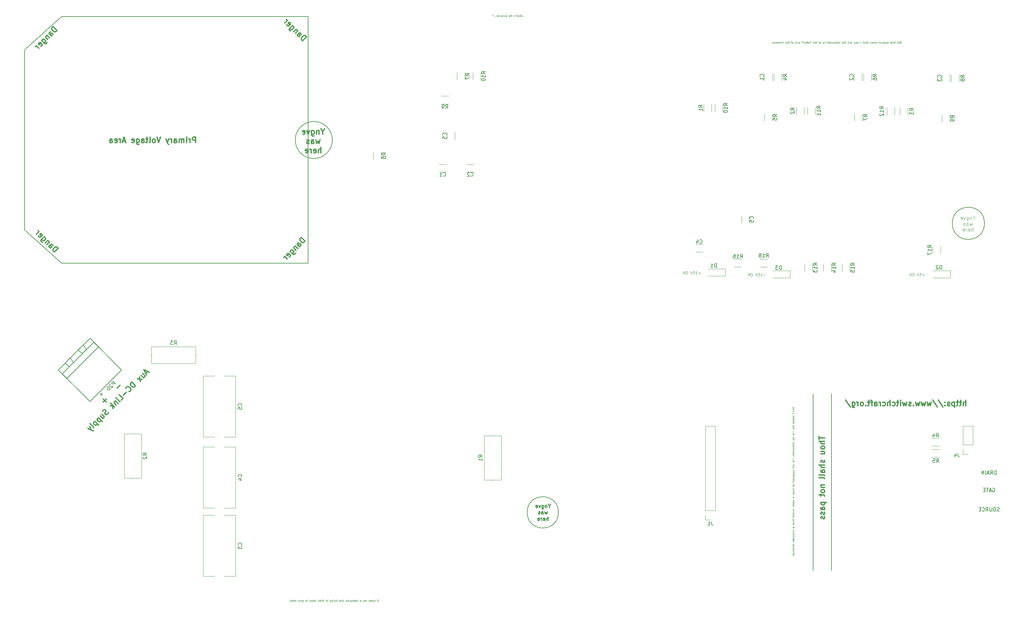
<source format=gbo>
G04 #@! TF.FileFunction,Legend,Bot*
%FSLAX46Y46*%
G04 Gerber Fmt 4.6, Leading zero omitted, Abs format (unit mm)*
G04 Created by KiCad (PCBNEW 4.0.6) date 2017 August 07, Monday 22:44:53*
%MOMM*%
%LPD*%
G01*
G04 APERTURE LIST*
%ADD10C,0.100000*%
%ADD11C,0.200000*%
%ADD12C,0.300000*%
%ADD13C,0.250000*%
%ADD14C,0.125000*%
%ADD15C,0.120000*%
%ADD16C,0.150000*%
G04 APERTURE END LIST*
D10*
X155011722Y-20314457D02*
X154916484Y-20647790D01*
X154821246Y-20409695D01*
X154726008Y-20647790D01*
X154630770Y-20314457D01*
X154440293Y-20647790D02*
X154440293Y-20147790D01*
X154226008Y-20647790D02*
X154226008Y-20385886D01*
X154249817Y-20338267D01*
X154297436Y-20314457D01*
X154368865Y-20314457D01*
X154416484Y-20338267D01*
X154440293Y-20362076D01*
X153773627Y-20647790D02*
X153773627Y-20385886D01*
X153797436Y-20338267D01*
X153845055Y-20314457D01*
X153940293Y-20314457D01*
X153987912Y-20338267D01*
X153773627Y-20623981D02*
X153821246Y-20647790D01*
X153940293Y-20647790D01*
X153987912Y-20623981D01*
X154011722Y-20576362D01*
X154011722Y-20528743D01*
X153987912Y-20481124D01*
X153940293Y-20457314D01*
X153821246Y-20457314D01*
X153773627Y-20433505D01*
X153606960Y-20314457D02*
X153416484Y-20314457D01*
X153535531Y-20147790D02*
X153535531Y-20576362D01*
X153511722Y-20623981D01*
X153464103Y-20647790D01*
X153416484Y-20647790D01*
X153226008Y-20147790D02*
X153273627Y-20243029D01*
X153035532Y-20623981D02*
X152987913Y-20647790D01*
X152892675Y-20647790D01*
X152845056Y-20623981D01*
X152821246Y-20576362D01*
X152821246Y-20552552D01*
X152845056Y-20504933D01*
X152892675Y-20481124D01*
X152964103Y-20481124D01*
X153011722Y-20457314D01*
X153035532Y-20409695D01*
X153035532Y-20385886D01*
X153011722Y-20338267D01*
X152964103Y-20314457D01*
X152892675Y-20314457D01*
X152845056Y-20338267D01*
X152226008Y-20647790D02*
X152226008Y-20314457D01*
X152226008Y-20362076D02*
X152202199Y-20338267D01*
X152154580Y-20314457D01*
X152083151Y-20314457D01*
X152035532Y-20338267D01*
X152011723Y-20385886D01*
X152011723Y-20647790D01*
X152011723Y-20385886D02*
X151987913Y-20338267D01*
X151940294Y-20314457D01*
X151868866Y-20314457D01*
X151821246Y-20338267D01*
X151797437Y-20385886D01*
X151797437Y-20647790D01*
X151606960Y-20314457D02*
X151487913Y-20647790D01*
X151368865Y-20314457D02*
X151487913Y-20647790D01*
X151535532Y-20766838D01*
X151559341Y-20790648D01*
X151606960Y-20814457D01*
X150797437Y-20314457D02*
X150797437Y-20814457D01*
X150797437Y-20338267D02*
X150749818Y-20314457D01*
X150654580Y-20314457D01*
X150606961Y-20338267D01*
X150583152Y-20362076D01*
X150559342Y-20409695D01*
X150559342Y-20552552D01*
X150583152Y-20600171D01*
X150606961Y-20623981D01*
X150654580Y-20647790D01*
X150749818Y-20647790D01*
X150797437Y-20623981D01*
X150130771Y-20314457D02*
X150130771Y-20647790D01*
X150345056Y-20314457D02*
X150345056Y-20576362D01*
X150321247Y-20623981D01*
X150273628Y-20647790D01*
X150202199Y-20647790D01*
X150154580Y-20623981D01*
X150130771Y-20600171D01*
X149892675Y-20647790D02*
X149892675Y-20314457D01*
X149892675Y-20409695D02*
X149868866Y-20362076D01*
X149845056Y-20338267D01*
X149797437Y-20314457D01*
X149749818Y-20314457D01*
X149583151Y-20314457D02*
X149583151Y-20814457D01*
X149583151Y-20338267D02*
X149535532Y-20314457D01*
X149440294Y-20314457D01*
X149392675Y-20338267D01*
X149368866Y-20362076D01*
X149345056Y-20409695D01*
X149345056Y-20552552D01*
X149368866Y-20600171D01*
X149392675Y-20623981D01*
X149440294Y-20647790D01*
X149535532Y-20647790D01*
X149583151Y-20623981D01*
X149059342Y-20647790D02*
X149106961Y-20623981D01*
X149130770Y-20600171D01*
X149154580Y-20552552D01*
X149154580Y-20409695D01*
X149130770Y-20362076D01*
X149106961Y-20338267D01*
X149059342Y-20314457D01*
X148987913Y-20314457D01*
X148940294Y-20338267D01*
X148916485Y-20362076D01*
X148892675Y-20409695D01*
X148892675Y-20552552D01*
X148916485Y-20600171D01*
X148940294Y-20623981D01*
X148987913Y-20647790D01*
X149059342Y-20647790D01*
X148702199Y-20623981D02*
X148654580Y-20647790D01*
X148559342Y-20647790D01*
X148511723Y-20623981D01*
X148487913Y-20576362D01*
X148487913Y-20552552D01*
X148511723Y-20504933D01*
X148559342Y-20481124D01*
X148630770Y-20481124D01*
X148678389Y-20457314D01*
X148702199Y-20409695D01*
X148702199Y-20385886D01*
X148678389Y-20338267D01*
X148630770Y-20314457D01*
X148559342Y-20314457D01*
X148511723Y-20338267D01*
X148083151Y-20623981D02*
X148130770Y-20647790D01*
X148226008Y-20647790D01*
X148273627Y-20623981D01*
X148297437Y-20576362D01*
X148297437Y-20385886D01*
X148273627Y-20338267D01*
X148226008Y-20314457D01*
X148130770Y-20314457D01*
X148083151Y-20338267D01*
X148059342Y-20385886D01*
X148059342Y-20433505D01*
X148297437Y-20481124D01*
X147845056Y-20600171D02*
X147821247Y-20623981D01*
X147845056Y-20647790D01*
X147868866Y-20623981D01*
X147845056Y-20600171D01*
X147845056Y-20647790D01*
X147606961Y-20600171D02*
X147583152Y-20623981D01*
X147606961Y-20647790D01*
X147630771Y-20623981D01*
X147606961Y-20600171D01*
X147606961Y-20647790D01*
X147368866Y-20600171D02*
X147345057Y-20623981D01*
X147368866Y-20647790D01*
X147392676Y-20623981D01*
X147368866Y-20600171D01*
X147368866Y-20647790D01*
X147059343Y-20600171D02*
X147035533Y-20623981D01*
X147059343Y-20647790D01*
X147083152Y-20623981D01*
X147059343Y-20600171D01*
X147059343Y-20647790D01*
X147154581Y-20171600D02*
X147106962Y-20147790D01*
X146987914Y-20147790D01*
X146940295Y-20171600D01*
X146916486Y-20219219D01*
X146916486Y-20266838D01*
X146940295Y-20314457D01*
X146964105Y-20338267D01*
X147011724Y-20362076D01*
X147035533Y-20385886D01*
X147059343Y-20433505D01*
X147059343Y-20457314D01*
D11*
X103365156Y-54178200D02*
G75*
G03X103365156Y-54178200I-5041756J0D01*
G01*
D12*
X100742428Y-51897286D02*
X100742428Y-52611571D01*
X101242428Y-51111571D02*
X100742428Y-51897286D01*
X100242428Y-51111571D01*
X99742428Y-51611571D02*
X99742428Y-52611571D01*
X99742428Y-51754429D02*
X99671000Y-51683000D01*
X99528142Y-51611571D01*
X99313857Y-51611571D01*
X99171000Y-51683000D01*
X99099571Y-51825857D01*
X99099571Y-52611571D01*
X97742428Y-51611571D02*
X97742428Y-52825857D01*
X97813857Y-52968714D01*
X97885285Y-53040143D01*
X98028142Y-53111571D01*
X98242428Y-53111571D01*
X98385285Y-53040143D01*
X97742428Y-52540143D02*
X97885285Y-52611571D01*
X98170999Y-52611571D01*
X98313857Y-52540143D01*
X98385285Y-52468714D01*
X98456714Y-52325857D01*
X98456714Y-51897286D01*
X98385285Y-51754429D01*
X98313857Y-51683000D01*
X98170999Y-51611571D01*
X97885285Y-51611571D01*
X97742428Y-51683000D01*
X97170999Y-51611571D02*
X96813856Y-52611571D01*
X96456714Y-51611571D01*
X95313857Y-52540143D02*
X95456714Y-52611571D01*
X95742428Y-52611571D01*
X95885285Y-52540143D01*
X95956714Y-52397286D01*
X95956714Y-51825857D01*
X95885285Y-51683000D01*
X95742428Y-51611571D01*
X95456714Y-51611571D01*
X95313857Y-51683000D01*
X95242428Y-51825857D01*
X95242428Y-51968714D01*
X95956714Y-52111571D01*
X100028143Y-54161571D02*
X99742429Y-55161571D01*
X99456715Y-54447286D01*
X99171000Y-55161571D01*
X98885286Y-54161571D01*
X97671000Y-55161571D02*
X97671000Y-54375857D01*
X97742429Y-54233000D01*
X97885286Y-54161571D01*
X98171000Y-54161571D01*
X98313857Y-54233000D01*
X97671000Y-55090143D02*
X97813857Y-55161571D01*
X98171000Y-55161571D01*
X98313857Y-55090143D01*
X98385286Y-54947286D01*
X98385286Y-54804429D01*
X98313857Y-54661571D01*
X98171000Y-54590143D01*
X97813857Y-54590143D01*
X97671000Y-54518714D01*
X97028143Y-55090143D02*
X96885286Y-55161571D01*
X96599571Y-55161571D01*
X96456714Y-55090143D01*
X96385286Y-54947286D01*
X96385286Y-54875857D01*
X96456714Y-54733000D01*
X96599571Y-54661571D01*
X96813857Y-54661571D01*
X96956714Y-54590143D01*
X97028143Y-54447286D01*
X97028143Y-54375857D01*
X96956714Y-54233000D01*
X96813857Y-54161571D01*
X96599571Y-54161571D01*
X96456714Y-54233000D01*
X100242428Y-57711571D02*
X100242428Y-56211571D01*
X99599571Y-57711571D02*
X99599571Y-56925857D01*
X99671000Y-56783000D01*
X99813857Y-56711571D01*
X100028142Y-56711571D01*
X100171000Y-56783000D01*
X100242428Y-56854429D01*
X98313857Y-57640143D02*
X98456714Y-57711571D01*
X98742428Y-57711571D01*
X98885285Y-57640143D01*
X98956714Y-57497286D01*
X98956714Y-56925857D01*
X98885285Y-56783000D01*
X98742428Y-56711571D01*
X98456714Y-56711571D01*
X98313857Y-56783000D01*
X98242428Y-56925857D01*
X98242428Y-57068714D01*
X98956714Y-57211571D01*
X97599571Y-57711571D02*
X97599571Y-56711571D01*
X97599571Y-56997286D02*
X97528143Y-56854429D01*
X97456714Y-56783000D01*
X97313857Y-56711571D01*
X97171000Y-56711571D01*
X96099572Y-57640143D02*
X96242429Y-57711571D01*
X96528143Y-57711571D01*
X96671000Y-57640143D01*
X96742429Y-57497286D01*
X96742429Y-56925857D01*
X96671000Y-56783000D01*
X96528143Y-56711571D01*
X96242429Y-56711571D01*
X96099572Y-56783000D01*
X96028143Y-56925857D01*
X96028143Y-57068714D01*
X96742429Y-57211571D01*
X28506950Y-24395695D02*
X27446289Y-23335035D01*
X27193751Y-23587573D01*
X27092737Y-23789603D01*
X27092736Y-23991634D01*
X27143244Y-24143157D01*
X27294767Y-24395696D01*
X27446289Y-24547218D01*
X27698828Y-24698741D01*
X27850351Y-24749249D01*
X28052382Y-24749248D01*
X28254411Y-24648233D01*
X28506950Y-24395695D01*
X26991721Y-25910924D02*
X26436137Y-25355340D01*
X26385630Y-25203817D01*
X26436137Y-25052294D01*
X26638167Y-24850263D01*
X26789690Y-24799756D01*
X26941214Y-25860416D02*
X27092736Y-25809908D01*
X27345274Y-25557370D01*
X27395782Y-25405848D01*
X27345275Y-25254325D01*
X27244260Y-25153310D01*
X27092736Y-25102802D01*
X26941214Y-25153310D01*
X26688675Y-25405848D01*
X26537152Y-25456355D01*
X25779538Y-25708893D02*
X26486644Y-26416000D01*
X25880553Y-25809909D02*
X25779538Y-25809908D01*
X25628014Y-25860416D01*
X25476492Y-26011939D01*
X25425985Y-26163462D01*
X25476492Y-26314985D01*
X26032076Y-26870569D01*
X24365324Y-27123107D02*
X25223954Y-27981737D01*
X25375477Y-28032244D01*
X25476492Y-28032245D01*
X25628014Y-27981737D01*
X25779538Y-27830214D01*
X25830045Y-27678691D01*
X25021924Y-27779706D02*
X25173446Y-27729198D01*
X25375476Y-27527168D01*
X25425985Y-27375645D01*
X25425984Y-27274630D01*
X25375477Y-27123107D01*
X25072431Y-26820061D01*
X24920908Y-26769554D01*
X24819893Y-26769553D01*
X24668369Y-26820061D01*
X24466339Y-27022092D01*
X24415832Y-27173615D01*
X24112786Y-28688843D02*
X24264309Y-28638335D01*
X24466339Y-28436305D01*
X24516847Y-28284783D01*
X24466340Y-28133260D01*
X24062279Y-27729198D01*
X23910755Y-27678691D01*
X23759232Y-27729198D01*
X23557202Y-27931229D01*
X23506695Y-28082752D01*
X23557202Y-28234275D01*
X23658217Y-28335290D01*
X24264309Y-27931229D01*
X23658217Y-29244427D02*
X22951110Y-28537320D01*
X23153141Y-28739351D02*
X23001619Y-28688843D01*
X22900603Y-28688843D01*
X22749080Y-28739351D01*
X22648065Y-28840366D01*
X27801305Y-84640950D02*
X28861965Y-83580289D01*
X28609427Y-83327751D01*
X28407397Y-83226737D01*
X28205366Y-83226736D01*
X28053843Y-83277244D01*
X27801304Y-83428767D01*
X27649782Y-83580289D01*
X27498259Y-83832828D01*
X27447751Y-83984351D01*
X27447752Y-84186382D01*
X27548767Y-84388411D01*
X27801305Y-84640950D01*
X26286076Y-83125721D02*
X26841660Y-82570137D01*
X26993183Y-82519630D01*
X27144706Y-82570137D01*
X27346737Y-82772167D01*
X27397244Y-82923690D01*
X26336584Y-83075214D02*
X26387092Y-83226736D01*
X26639630Y-83479274D01*
X26791152Y-83529782D01*
X26942675Y-83479275D01*
X27043690Y-83378260D01*
X27094198Y-83226736D01*
X27043690Y-83075214D01*
X26791152Y-82822675D01*
X26740645Y-82671152D01*
X26488107Y-81913538D02*
X25781000Y-82620644D01*
X26387091Y-82014553D02*
X26387092Y-81913538D01*
X26336584Y-81762014D01*
X26185061Y-81610492D01*
X26033538Y-81559985D01*
X25882015Y-81610492D01*
X25326431Y-82166076D01*
X25073893Y-80499324D02*
X24215263Y-81357954D01*
X24164756Y-81509477D01*
X24164755Y-81610492D01*
X24215263Y-81762014D01*
X24366786Y-81913538D01*
X24518309Y-81964045D01*
X24417294Y-81155924D02*
X24467802Y-81307446D01*
X24669832Y-81509476D01*
X24821355Y-81559985D01*
X24922370Y-81559984D01*
X25073893Y-81509477D01*
X25376939Y-81206431D01*
X25427446Y-81054908D01*
X25427447Y-80953893D01*
X25376939Y-80802369D01*
X25174908Y-80600339D01*
X25023385Y-80549832D01*
X23508157Y-80246786D02*
X23558665Y-80398309D01*
X23760695Y-80600339D01*
X23912217Y-80650847D01*
X24063740Y-80600340D01*
X24467802Y-80196279D01*
X24518309Y-80044755D01*
X24467802Y-79893232D01*
X24265771Y-79691202D01*
X24114248Y-79640695D01*
X23962725Y-79691202D01*
X23861710Y-79792217D01*
X24265771Y-80398309D01*
X22952573Y-79792217D02*
X23659680Y-79085110D01*
X23457649Y-79287141D02*
X23508157Y-79135619D01*
X23508157Y-79034603D01*
X23457649Y-78883080D01*
X23356634Y-78782065D01*
X95969350Y-81698095D02*
X94908689Y-80637435D01*
X94656151Y-80889973D01*
X94555137Y-81092003D01*
X94555136Y-81294034D01*
X94605644Y-81445557D01*
X94757167Y-81698096D01*
X94908689Y-81849618D01*
X95161228Y-82001141D01*
X95312751Y-82051649D01*
X95514782Y-82051648D01*
X95716811Y-81950633D01*
X95969350Y-81698095D01*
X94454121Y-83213324D02*
X93898537Y-82657740D01*
X93848030Y-82506217D01*
X93898537Y-82354694D01*
X94100567Y-82152663D01*
X94252090Y-82102156D01*
X94403614Y-83162816D02*
X94555136Y-83112308D01*
X94807674Y-82859770D01*
X94858182Y-82708248D01*
X94807675Y-82556725D01*
X94706660Y-82455710D01*
X94555136Y-82405202D01*
X94403614Y-82455710D01*
X94151075Y-82708248D01*
X93999552Y-82758755D01*
X93241938Y-83011293D02*
X93949044Y-83718400D01*
X93342953Y-83112309D02*
X93241938Y-83112308D01*
X93090414Y-83162816D01*
X92938892Y-83314339D01*
X92888385Y-83465862D01*
X92938892Y-83617385D01*
X93494476Y-84172969D01*
X91827724Y-84425507D02*
X92686354Y-85284137D01*
X92837877Y-85334644D01*
X92938892Y-85334645D01*
X93090414Y-85284137D01*
X93241938Y-85132614D01*
X93292445Y-84981091D01*
X92484324Y-85082106D02*
X92635846Y-85031598D01*
X92837876Y-84829568D01*
X92888385Y-84678045D01*
X92888384Y-84577030D01*
X92837877Y-84425507D01*
X92534831Y-84122461D01*
X92383308Y-84071954D01*
X92282293Y-84071953D01*
X92130769Y-84122461D01*
X91928739Y-84324492D01*
X91878232Y-84476015D01*
X91575186Y-85991243D02*
X91726709Y-85940735D01*
X91928739Y-85738705D01*
X91979247Y-85587183D01*
X91928740Y-85435660D01*
X91524679Y-85031598D01*
X91373155Y-84981091D01*
X91221632Y-85031598D01*
X91019602Y-85233629D01*
X90969095Y-85385152D01*
X91019602Y-85536675D01*
X91120617Y-85637690D01*
X91726709Y-85233629D01*
X91120617Y-86546827D02*
X90413510Y-85839720D01*
X90615541Y-86041751D02*
X90464019Y-85991243D01*
X90363003Y-85991243D01*
X90211480Y-86041751D01*
X90110465Y-86142766D01*
X66176656Y-54907571D02*
X66176656Y-53407571D01*
X65605228Y-53407571D01*
X65462370Y-53479000D01*
X65390942Y-53550429D01*
X65319513Y-53693286D01*
X65319513Y-53907571D01*
X65390942Y-54050429D01*
X65462370Y-54121857D01*
X65605228Y-54193286D01*
X66176656Y-54193286D01*
X64676656Y-54907571D02*
X64676656Y-53907571D01*
X64676656Y-54193286D02*
X64605228Y-54050429D01*
X64533799Y-53979000D01*
X64390942Y-53907571D01*
X64248085Y-53907571D01*
X63748085Y-54907571D02*
X63748085Y-53907571D01*
X63748085Y-53407571D02*
X63819514Y-53479000D01*
X63748085Y-53550429D01*
X63676657Y-53479000D01*
X63748085Y-53407571D01*
X63748085Y-53550429D01*
X63033799Y-54907571D02*
X63033799Y-53907571D01*
X63033799Y-54050429D02*
X62962371Y-53979000D01*
X62819513Y-53907571D01*
X62605228Y-53907571D01*
X62462371Y-53979000D01*
X62390942Y-54121857D01*
X62390942Y-54907571D01*
X62390942Y-54121857D02*
X62319513Y-53979000D01*
X62176656Y-53907571D01*
X61962371Y-53907571D01*
X61819513Y-53979000D01*
X61748085Y-54121857D01*
X61748085Y-54907571D01*
X60390942Y-54907571D02*
X60390942Y-54121857D01*
X60462371Y-53979000D01*
X60605228Y-53907571D01*
X60890942Y-53907571D01*
X61033799Y-53979000D01*
X60390942Y-54836143D02*
X60533799Y-54907571D01*
X60890942Y-54907571D01*
X61033799Y-54836143D01*
X61105228Y-54693286D01*
X61105228Y-54550429D01*
X61033799Y-54407571D01*
X60890942Y-54336143D01*
X60533799Y-54336143D01*
X60390942Y-54264714D01*
X59676656Y-54907571D02*
X59676656Y-53907571D01*
X59676656Y-54193286D02*
X59605228Y-54050429D01*
X59533799Y-53979000D01*
X59390942Y-53907571D01*
X59248085Y-53907571D01*
X58890942Y-53907571D02*
X58533799Y-54907571D01*
X58176657Y-53907571D02*
X58533799Y-54907571D01*
X58676657Y-55264714D01*
X58748085Y-55336143D01*
X58890942Y-55407571D01*
X56676657Y-53407571D02*
X56176657Y-54907571D01*
X55676657Y-53407571D01*
X54962371Y-54907571D02*
X55105229Y-54836143D01*
X55176657Y-54764714D01*
X55248086Y-54621857D01*
X55248086Y-54193286D01*
X55176657Y-54050429D01*
X55105229Y-53979000D01*
X54962371Y-53907571D01*
X54748086Y-53907571D01*
X54605229Y-53979000D01*
X54533800Y-54050429D01*
X54462371Y-54193286D01*
X54462371Y-54621857D01*
X54533800Y-54764714D01*
X54605229Y-54836143D01*
X54748086Y-54907571D01*
X54962371Y-54907571D01*
X53605228Y-54907571D02*
X53748086Y-54836143D01*
X53819514Y-54693286D01*
X53819514Y-53407571D01*
X53248086Y-53907571D02*
X52676657Y-53907571D01*
X53033800Y-53407571D02*
X53033800Y-54693286D01*
X52962372Y-54836143D01*
X52819514Y-54907571D01*
X52676657Y-54907571D01*
X51533800Y-54907571D02*
X51533800Y-54121857D01*
X51605229Y-53979000D01*
X51748086Y-53907571D01*
X52033800Y-53907571D01*
X52176657Y-53979000D01*
X51533800Y-54836143D02*
X51676657Y-54907571D01*
X52033800Y-54907571D01*
X52176657Y-54836143D01*
X52248086Y-54693286D01*
X52248086Y-54550429D01*
X52176657Y-54407571D01*
X52033800Y-54336143D01*
X51676657Y-54336143D01*
X51533800Y-54264714D01*
X50176657Y-53907571D02*
X50176657Y-55121857D01*
X50248086Y-55264714D01*
X50319514Y-55336143D01*
X50462371Y-55407571D01*
X50676657Y-55407571D01*
X50819514Y-55336143D01*
X50176657Y-54836143D02*
X50319514Y-54907571D01*
X50605228Y-54907571D01*
X50748086Y-54836143D01*
X50819514Y-54764714D01*
X50890943Y-54621857D01*
X50890943Y-54193286D01*
X50819514Y-54050429D01*
X50748086Y-53979000D01*
X50605228Y-53907571D01*
X50319514Y-53907571D01*
X50176657Y-53979000D01*
X48890943Y-54836143D02*
X49033800Y-54907571D01*
X49319514Y-54907571D01*
X49462371Y-54836143D01*
X49533800Y-54693286D01*
X49533800Y-54121857D01*
X49462371Y-53979000D01*
X49319514Y-53907571D01*
X49033800Y-53907571D01*
X48890943Y-53979000D01*
X48819514Y-54121857D01*
X48819514Y-54264714D01*
X49533800Y-54407571D01*
X47105229Y-54479000D02*
X46390943Y-54479000D01*
X47248086Y-54907571D02*
X46748086Y-53407571D01*
X46248086Y-54907571D01*
X45748086Y-54907571D02*
X45748086Y-53907571D01*
X45748086Y-54193286D02*
X45676658Y-54050429D01*
X45605229Y-53979000D01*
X45462372Y-53907571D01*
X45319515Y-53907571D01*
X44248087Y-54836143D02*
X44390944Y-54907571D01*
X44676658Y-54907571D01*
X44819515Y-54836143D01*
X44890944Y-54693286D01*
X44890944Y-54121857D01*
X44819515Y-53979000D01*
X44676658Y-53907571D01*
X44390944Y-53907571D01*
X44248087Y-53979000D01*
X44176658Y-54121857D01*
X44176658Y-54264714D01*
X44890944Y-54407571D01*
X42890944Y-54907571D02*
X42890944Y-54121857D01*
X42962373Y-53979000D01*
X43105230Y-53907571D01*
X43390944Y-53907571D01*
X43533801Y-53979000D01*
X42890944Y-54836143D02*
X43033801Y-54907571D01*
X43390944Y-54907571D01*
X43533801Y-54836143D01*
X43605230Y-54693286D01*
X43605230Y-54550429D01*
X43533801Y-54407571D01*
X43390944Y-54336143D01*
X43033801Y-54336143D01*
X42890944Y-54264714D01*
X95289105Y-27211550D02*
X96349765Y-26150889D01*
X96097227Y-25898351D01*
X95895197Y-25797337D01*
X95693166Y-25797336D01*
X95541643Y-25847844D01*
X95289104Y-25999367D01*
X95137582Y-26150889D01*
X94986059Y-26403428D01*
X94935551Y-26554951D01*
X94935552Y-26756982D01*
X95036567Y-26959011D01*
X95289105Y-27211550D01*
X93773876Y-25696321D02*
X94329460Y-25140737D01*
X94480983Y-25090230D01*
X94632506Y-25140737D01*
X94834537Y-25342767D01*
X94885044Y-25494290D01*
X93824384Y-25645814D02*
X93874892Y-25797336D01*
X94127430Y-26049874D01*
X94278952Y-26100382D01*
X94430475Y-26049875D01*
X94531490Y-25948860D01*
X94581998Y-25797336D01*
X94531490Y-25645814D01*
X94278952Y-25393275D01*
X94228445Y-25241752D01*
X93975907Y-24484138D02*
X93268800Y-25191244D01*
X93874891Y-24585153D02*
X93874892Y-24484138D01*
X93824384Y-24332614D01*
X93672861Y-24181092D01*
X93521338Y-24130585D01*
X93369815Y-24181092D01*
X92814231Y-24736676D01*
X92561693Y-23069924D02*
X91703063Y-23928554D01*
X91652556Y-24080077D01*
X91652555Y-24181092D01*
X91703063Y-24332614D01*
X91854586Y-24484138D01*
X92006109Y-24534645D01*
X91905094Y-23726524D02*
X91955602Y-23878046D01*
X92157632Y-24080076D01*
X92309155Y-24130585D01*
X92410170Y-24130584D01*
X92561693Y-24080077D01*
X92864739Y-23777031D01*
X92915246Y-23625508D01*
X92915247Y-23524493D01*
X92864739Y-23372969D01*
X92662708Y-23170939D01*
X92511185Y-23120432D01*
X90995957Y-22817386D02*
X91046465Y-22968909D01*
X91248495Y-23170939D01*
X91400017Y-23221447D01*
X91551540Y-23170940D01*
X91955602Y-22766879D01*
X92006109Y-22615355D01*
X91955602Y-22463832D01*
X91753571Y-22261802D01*
X91602048Y-22211295D01*
X91450525Y-22261802D01*
X91349510Y-22362817D01*
X91753571Y-22968909D01*
X90440373Y-22362817D02*
X91147480Y-21655710D01*
X90945449Y-21857741D02*
X90995957Y-21706219D01*
X90995957Y-21605203D01*
X90945449Y-21453680D01*
X90844434Y-21352665D01*
D11*
X96769000Y-87645000D02*
X96769000Y-20645000D01*
X96769000Y-20645000D02*
X29769000Y-20645000D01*
X29769000Y-20645000D02*
X19769000Y-29645000D01*
X19769000Y-29645000D02*
X19769000Y-78645000D01*
X19769000Y-78645000D02*
X29769000Y-87645000D01*
X29769000Y-87645000D02*
X96769000Y-87645000D01*
X164804641Y-155402000D02*
G75*
G03X164804641Y-155402000I-4242641J0D01*
G01*
D13*
X162276286Y-153628190D02*
X162276286Y-154104381D01*
X162609619Y-153104381D02*
X162276286Y-153628190D01*
X161942952Y-153104381D01*
X161609619Y-153437714D02*
X161609619Y-154104381D01*
X161609619Y-153532952D02*
X161562000Y-153485333D01*
X161466762Y-153437714D01*
X161323904Y-153437714D01*
X161228666Y-153485333D01*
X161181047Y-153580571D01*
X161181047Y-154104381D01*
X160276285Y-153437714D02*
X160276285Y-154247238D01*
X160323904Y-154342476D01*
X160371523Y-154390095D01*
X160466762Y-154437714D01*
X160609619Y-154437714D01*
X160704857Y-154390095D01*
X160276285Y-154056762D02*
X160371523Y-154104381D01*
X160562000Y-154104381D01*
X160657238Y-154056762D01*
X160704857Y-154009143D01*
X160752476Y-153913905D01*
X160752476Y-153628190D01*
X160704857Y-153532952D01*
X160657238Y-153485333D01*
X160562000Y-153437714D01*
X160371523Y-153437714D01*
X160276285Y-153485333D01*
X159895333Y-153437714D02*
X159657238Y-154104381D01*
X159419142Y-153437714D01*
X158657237Y-154056762D02*
X158752475Y-154104381D01*
X158942952Y-154104381D01*
X159038190Y-154056762D01*
X159085809Y-153961524D01*
X159085809Y-153580571D01*
X159038190Y-153485333D01*
X158942952Y-153437714D01*
X158752475Y-153437714D01*
X158657237Y-153485333D01*
X158609618Y-153580571D01*
X158609618Y-153675810D01*
X159085809Y-153771048D01*
X161800095Y-155187714D02*
X161609619Y-155854381D01*
X161419142Y-155378190D01*
X161228666Y-155854381D01*
X161038190Y-155187714D01*
X160228666Y-155854381D02*
X160228666Y-155330571D01*
X160276285Y-155235333D01*
X160371523Y-155187714D01*
X160562000Y-155187714D01*
X160657238Y-155235333D01*
X160228666Y-155806762D02*
X160323904Y-155854381D01*
X160562000Y-155854381D01*
X160657238Y-155806762D01*
X160704857Y-155711524D01*
X160704857Y-155616286D01*
X160657238Y-155521048D01*
X160562000Y-155473429D01*
X160323904Y-155473429D01*
X160228666Y-155425810D01*
X159800095Y-155806762D02*
X159704857Y-155854381D01*
X159514381Y-155854381D01*
X159419142Y-155806762D01*
X159371523Y-155711524D01*
X159371523Y-155663905D01*
X159419142Y-155568667D01*
X159514381Y-155521048D01*
X159657238Y-155521048D01*
X159752476Y-155473429D01*
X159800095Y-155378190D01*
X159800095Y-155330571D01*
X159752476Y-155235333D01*
X159657238Y-155187714D01*
X159514381Y-155187714D01*
X159419142Y-155235333D01*
X161942953Y-157604381D02*
X161942953Y-156604381D01*
X161514381Y-157604381D02*
X161514381Y-157080571D01*
X161562000Y-156985333D01*
X161657238Y-156937714D01*
X161800096Y-156937714D01*
X161895334Y-156985333D01*
X161942953Y-157032952D01*
X160657238Y-157556762D02*
X160752476Y-157604381D01*
X160942953Y-157604381D01*
X161038191Y-157556762D01*
X161085810Y-157461524D01*
X161085810Y-157080571D01*
X161038191Y-156985333D01*
X160942953Y-156937714D01*
X160752476Y-156937714D01*
X160657238Y-156985333D01*
X160609619Y-157080571D01*
X160609619Y-157175810D01*
X161085810Y-157271048D01*
X160181048Y-157604381D02*
X160181048Y-156937714D01*
X160181048Y-157128190D02*
X160133429Y-157032952D01*
X160085810Y-156985333D01*
X159990572Y-156937714D01*
X159895333Y-156937714D01*
X159181047Y-157556762D02*
X159276285Y-157604381D01*
X159466762Y-157604381D01*
X159562000Y-157556762D01*
X159609619Y-157461524D01*
X159609619Y-157080571D01*
X159562000Y-156985333D01*
X159466762Y-156937714D01*
X159276285Y-156937714D01*
X159181047Y-156985333D01*
X159133428Y-157080571D01*
X159133428Y-157175810D01*
X159609619Y-157271048D01*
D12*
X45643043Y-120853358D02*
X44834921Y-121661480D01*
X41905479Y-124590922D02*
X41097357Y-125399044D01*
X41905479Y-125399043D02*
X41097357Y-124590921D01*
X53178782Y-117125894D02*
X52673705Y-117630970D01*
X53582842Y-117327924D02*
X52168629Y-116620817D01*
X52875736Y-118035031D01*
X51360507Y-118136046D02*
X52067614Y-118843153D01*
X51815075Y-117681477D02*
X52370660Y-118237062D01*
X52421168Y-118388584D01*
X52370659Y-118540107D01*
X52219137Y-118691630D01*
X52067614Y-118742137D01*
X51966599Y-118742137D01*
X51663552Y-119247214D02*
X50400862Y-119095691D01*
X50956446Y-118540107D02*
X51107969Y-119802798D01*
X49895785Y-121014981D02*
X48835125Y-119954321D01*
X48582587Y-120206859D01*
X48481573Y-120408889D01*
X48481572Y-120610920D01*
X48532080Y-120762443D01*
X48683603Y-121014982D01*
X48835125Y-121166504D01*
X49087664Y-121318027D01*
X49239187Y-121368535D01*
X49441218Y-121368534D01*
X49643247Y-121267519D01*
X49895785Y-121014981D01*
X48128018Y-122580718D02*
X48229034Y-122580718D01*
X48431065Y-122479702D01*
X48532080Y-122378687D01*
X48633095Y-122176657D01*
X48633096Y-121974626D01*
X48582588Y-121823104D01*
X48431065Y-121570565D01*
X48279542Y-121419042D01*
X48027003Y-121267519D01*
X47875481Y-121217011D01*
X47673450Y-121217012D01*
X47471420Y-121318026D01*
X47370404Y-121419042D01*
X47269389Y-121621073D01*
X47269389Y-121722088D01*
X47370404Y-122732241D02*
X46562282Y-123540363D01*
X45956190Y-124954576D02*
X46461267Y-124449500D01*
X45400606Y-123388840D01*
X45602637Y-125308130D02*
X44895530Y-124601023D01*
X44541977Y-124247469D02*
X44642992Y-124247469D01*
X44642992Y-124348485D01*
X44541977Y-124348485D01*
X44541977Y-124247469D01*
X44642992Y-124348485D01*
X44390454Y-125106099D02*
X45097560Y-125813206D01*
X44491469Y-125207115D02*
X44390454Y-125207114D01*
X44238930Y-125257622D01*
X44087408Y-125409145D01*
X44036901Y-125560668D01*
X44087408Y-125712191D01*
X44642992Y-126267775D01*
X44137915Y-126772851D02*
X43077255Y-125712191D01*
X43632840Y-126469806D02*
X43733855Y-127176912D01*
X43026748Y-126469805D02*
X43834870Y-126469806D01*
X42471164Y-128338588D02*
X42370148Y-128540618D01*
X42117610Y-128793156D01*
X41966088Y-128843664D01*
X41865072Y-128843664D01*
X41713549Y-128793156D01*
X41612534Y-128692141D01*
X41562026Y-128540619D01*
X41562026Y-128439603D01*
X41612534Y-128288080D01*
X41764057Y-128035542D01*
X41814565Y-127884019D01*
X41814565Y-127783004D01*
X41764057Y-127631481D01*
X41663042Y-127530466D01*
X41511519Y-127479959D01*
X41410504Y-127479958D01*
X41258980Y-127530466D01*
X41006443Y-127783003D01*
X40905428Y-127985034D01*
X40299336Y-129197217D02*
X41006443Y-129904324D01*
X40753904Y-128742648D02*
X41309489Y-129298233D01*
X41359997Y-129449755D01*
X41309488Y-129601278D01*
X41157966Y-129752801D01*
X41006443Y-129803308D01*
X40905428Y-129803308D01*
X39794259Y-129702293D02*
X40854920Y-130762953D01*
X39844767Y-129752801D02*
X39693244Y-129803308D01*
X39491214Y-130005339D01*
X39440707Y-130156862D01*
X39440707Y-130257878D01*
X39491214Y-130409401D01*
X39794259Y-130712446D01*
X39945783Y-130762953D01*
X40046798Y-130762953D01*
X40198321Y-130712446D01*
X40400351Y-130510415D01*
X40450859Y-130358893D01*
X38834614Y-130661938D02*
X39895275Y-131722599D01*
X38885122Y-130712446D02*
X38733599Y-130762953D01*
X38531569Y-130964984D01*
X38481062Y-131116507D01*
X38481062Y-131217523D01*
X38531569Y-131369046D01*
X38834614Y-131672091D01*
X38986137Y-131722599D01*
X39087153Y-131722599D01*
X39238676Y-131672091D01*
X39440706Y-131470060D01*
X39491214Y-131318538D01*
X38430553Y-132480213D02*
X38481062Y-132328690D01*
X38430554Y-132177168D01*
X37521416Y-131268030D01*
X37420401Y-132076152D02*
X37874969Y-133035797D01*
X36915325Y-132581228D02*
X37874969Y-133035797D01*
X38228523Y-133187319D01*
X38329539Y-133187320D01*
X38481061Y-133136812D01*
D14*
X115823899Y-179628190D02*
X115823899Y-179128190D01*
X115657233Y-179294857D02*
X115466757Y-179294857D01*
X115585804Y-179128190D02*
X115585804Y-179556762D01*
X115561995Y-179604381D01*
X115514376Y-179628190D01*
X115466757Y-179628190D01*
X114704853Y-179294857D02*
X114704853Y-179699619D01*
X114728662Y-179747238D01*
X114752472Y-179771048D01*
X114800091Y-179794857D01*
X114871519Y-179794857D01*
X114919138Y-179771048D01*
X114704853Y-179604381D02*
X114752472Y-179628190D01*
X114847710Y-179628190D01*
X114895329Y-179604381D01*
X114919138Y-179580571D01*
X114942948Y-179532952D01*
X114942948Y-179390095D01*
X114919138Y-179342476D01*
X114895329Y-179318667D01*
X114847710Y-179294857D01*
X114752472Y-179294857D01*
X114704853Y-179318667D01*
X114466757Y-179628190D02*
X114466757Y-179294857D01*
X114466757Y-179128190D02*
X114490567Y-179152000D01*
X114466757Y-179175810D01*
X114442948Y-179152000D01*
X114466757Y-179128190D01*
X114466757Y-179175810D01*
X114276281Y-179294857D02*
X114157234Y-179628190D01*
X114038186Y-179294857D01*
X113657234Y-179604381D02*
X113704853Y-179628190D01*
X113800091Y-179628190D01*
X113847710Y-179604381D01*
X113871520Y-179556762D01*
X113871520Y-179366286D01*
X113847710Y-179318667D01*
X113800091Y-179294857D01*
X113704853Y-179294857D01*
X113657234Y-179318667D01*
X113633425Y-179366286D01*
X113633425Y-179413905D01*
X113871520Y-179461524D01*
X113442949Y-179604381D02*
X113395330Y-179628190D01*
X113300092Y-179628190D01*
X113252473Y-179604381D01*
X113228663Y-179556762D01*
X113228663Y-179532952D01*
X113252473Y-179485333D01*
X113300092Y-179461524D01*
X113371520Y-179461524D01*
X113419139Y-179437714D01*
X113442949Y-179390095D01*
X113442949Y-179366286D01*
X113419139Y-179318667D01*
X113371520Y-179294857D01*
X113300092Y-179294857D01*
X113252473Y-179318667D01*
X112633425Y-179628190D02*
X112633425Y-179294857D01*
X112633425Y-179342476D02*
X112609616Y-179318667D01*
X112561997Y-179294857D01*
X112490568Y-179294857D01*
X112442949Y-179318667D01*
X112419140Y-179366286D01*
X112419140Y-179628190D01*
X112419140Y-179366286D02*
X112395330Y-179318667D01*
X112347711Y-179294857D01*
X112276283Y-179294857D01*
X112228663Y-179318667D01*
X112204854Y-179366286D01*
X112204854Y-179628190D01*
X111776282Y-179604381D02*
X111823901Y-179628190D01*
X111919139Y-179628190D01*
X111966758Y-179604381D01*
X111990568Y-179556762D01*
X111990568Y-179366286D01*
X111966758Y-179318667D01*
X111919139Y-179294857D01*
X111823901Y-179294857D01*
X111776282Y-179318667D01*
X111752473Y-179366286D01*
X111752473Y-179413905D01*
X111990568Y-179461524D01*
X110942950Y-179628190D02*
X110942950Y-179366286D01*
X110966759Y-179318667D01*
X111014378Y-179294857D01*
X111109616Y-179294857D01*
X111157235Y-179318667D01*
X110942950Y-179604381D02*
X110990569Y-179628190D01*
X111109616Y-179628190D01*
X111157235Y-179604381D01*
X111181045Y-179556762D01*
X111181045Y-179509143D01*
X111157235Y-179461524D01*
X111109616Y-179437714D01*
X110990569Y-179437714D01*
X110942950Y-179413905D01*
X110323902Y-179628190D02*
X110323902Y-179128190D01*
X110109617Y-179628190D02*
X110109617Y-179366286D01*
X110133426Y-179318667D01*
X110181045Y-179294857D01*
X110252474Y-179294857D01*
X110300093Y-179318667D01*
X110323902Y-179342476D01*
X109681045Y-179604381D02*
X109728664Y-179628190D01*
X109823902Y-179628190D01*
X109871521Y-179604381D01*
X109895331Y-179556762D01*
X109895331Y-179366286D01*
X109871521Y-179318667D01*
X109823902Y-179294857D01*
X109728664Y-179294857D01*
X109681045Y-179318667D01*
X109657236Y-179366286D01*
X109657236Y-179413905D01*
X109895331Y-179461524D01*
X109228665Y-179628190D02*
X109228665Y-179366286D01*
X109252474Y-179318667D01*
X109300093Y-179294857D01*
X109395331Y-179294857D01*
X109442950Y-179318667D01*
X109228665Y-179604381D02*
X109276284Y-179628190D01*
X109395331Y-179628190D01*
X109442950Y-179604381D01*
X109466760Y-179556762D01*
X109466760Y-179509143D01*
X109442950Y-179461524D01*
X109395331Y-179437714D01*
X109276284Y-179437714D01*
X109228665Y-179413905D01*
X108776284Y-179628190D02*
X108776284Y-179128190D01*
X108776284Y-179604381D02*
X108823903Y-179628190D01*
X108919141Y-179628190D01*
X108966760Y-179604381D01*
X108990569Y-179580571D01*
X109014379Y-179532952D01*
X109014379Y-179390095D01*
X108990569Y-179342476D01*
X108966760Y-179318667D01*
X108919141Y-179294857D01*
X108823903Y-179294857D01*
X108776284Y-179318667D01*
X108323903Y-179628190D02*
X108323903Y-179366286D01*
X108347712Y-179318667D01*
X108395331Y-179294857D01*
X108490569Y-179294857D01*
X108538188Y-179318667D01*
X108323903Y-179604381D02*
X108371522Y-179628190D01*
X108490569Y-179628190D01*
X108538188Y-179604381D01*
X108561998Y-179556762D01*
X108561998Y-179509143D01*
X108538188Y-179461524D01*
X108490569Y-179437714D01*
X108371522Y-179437714D01*
X108323903Y-179413905D01*
X107871522Y-179604381D02*
X107919141Y-179628190D01*
X108014379Y-179628190D01*
X108061998Y-179604381D01*
X108085807Y-179580571D01*
X108109617Y-179532952D01*
X108109617Y-179390095D01*
X108085807Y-179342476D01*
X108061998Y-179318667D01*
X108014379Y-179294857D01*
X107919141Y-179294857D01*
X107871522Y-179318667D01*
X107657236Y-179628190D02*
X107657236Y-179128190D01*
X107442951Y-179628190D02*
X107442951Y-179366286D01*
X107466760Y-179318667D01*
X107514379Y-179294857D01*
X107585808Y-179294857D01*
X107633427Y-179318667D01*
X107657236Y-179342476D01*
X107014379Y-179604381D02*
X107061998Y-179628190D01*
X107157236Y-179628190D01*
X107204855Y-179604381D01*
X107228665Y-179556762D01*
X107228665Y-179366286D01*
X107204855Y-179318667D01*
X107157236Y-179294857D01*
X107061998Y-179294857D01*
X107014379Y-179318667D01*
X106990570Y-179366286D01*
X106990570Y-179413905D01*
X107228665Y-179461524D01*
X106395332Y-179294857D02*
X106395332Y-179723429D01*
X106419142Y-179771048D01*
X106466761Y-179794857D01*
X106490570Y-179794857D01*
X106395332Y-179128190D02*
X106419142Y-179152000D01*
X106395332Y-179175810D01*
X106371523Y-179152000D01*
X106395332Y-179128190D01*
X106395332Y-179175810D01*
X105942952Y-179294857D02*
X105942952Y-179628190D01*
X106157237Y-179294857D02*
X106157237Y-179556762D01*
X106133428Y-179604381D01*
X106085809Y-179628190D01*
X106014380Y-179628190D01*
X105966761Y-179604381D01*
X105942952Y-179580571D01*
X105728666Y-179604381D02*
X105681047Y-179628190D01*
X105585809Y-179628190D01*
X105538190Y-179604381D01*
X105514380Y-179556762D01*
X105514380Y-179532952D01*
X105538190Y-179485333D01*
X105585809Y-179461524D01*
X105657237Y-179461524D01*
X105704856Y-179437714D01*
X105728666Y-179390095D01*
X105728666Y-179366286D01*
X105704856Y-179318667D01*
X105657237Y-179294857D01*
X105585809Y-179294857D01*
X105538190Y-179318667D01*
X105371523Y-179294857D02*
X105181047Y-179294857D01*
X105300094Y-179128190D02*
X105300094Y-179556762D01*
X105276285Y-179604381D01*
X105228666Y-179628190D01*
X105181047Y-179628190D01*
X104704857Y-179294857D02*
X104514381Y-179294857D01*
X104633428Y-179128190D02*
X104633428Y-179556762D01*
X104609619Y-179604381D01*
X104562000Y-179628190D01*
X104514381Y-179628190D01*
X104347714Y-179628190D02*
X104347714Y-179294857D01*
X104347714Y-179390095D02*
X104323905Y-179342476D01*
X104300095Y-179318667D01*
X104252476Y-179294857D01*
X104204857Y-179294857D01*
X104085809Y-179294857D02*
X103966762Y-179628190D01*
X103847714Y-179294857D02*
X103966762Y-179628190D01*
X104014381Y-179747238D01*
X104038190Y-179771048D01*
X104085809Y-179794857D01*
X103657238Y-179628190D02*
X103657238Y-179294857D01*
X103657238Y-179128190D02*
X103681048Y-179152000D01*
X103657238Y-179175810D01*
X103633429Y-179152000D01*
X103657238Y-179128190D01*
X103657238Y-179175810D01*
X103419143Y-179294857D02*
X103419143Y-179628190D01*
X103419143Y-179342476D02*
X103395334Y-179318667D01*
X103347715Y-179294857D01*
X103276286Y-179294857D01*
X103228667Y-179318667D01*
X103204858Y-179366286D01*
X103204858Y-179628190D01*
X102752477Y-179294857D02*
X102752477Y-179699619D01*
X102776286Y-179747238D01*
X102800096Y-179771048D01*
X102847715Y-179794857D01*
X102919143Y-179794857D01*
X102966762Y-179771048D01*
X102752477Y-179604381D02*
X102800096Y-179628190D01*
X102895334Y-179628190D01*
X102942953Y-179604381D01*
X102966762Y-179580571D01*
X102990572Y-179532952D01*
X102990572Y-179390095D01*
X102966762Y-179342476D01*
X102942953Y-179318667D01*
X102895334Y-179294857D01*
X102800096Y-179294857D01*
X102752477Y-179318667D01*
X102204858Y-179294857D02*
X102014382Y-179294857D01*
X102133429Y-179128190D02*
X102133429Y-179556762D01*
X102109620Y-179604381D01*
X102062001Y-179628190D01*
X102014382Y-179628190D01*
X101776287Y-179628190D02*
X101823906Y-179604381D01*
X101847715Y-179580571D01*
X101871525Y-179532952D01*
X101871525Y-179390095D01*
X101847715Y-179342476D01*
X101823906Y-179318667D01*
X101776287Y-179294857D01*
X101704858Y-179294857D01*
X101657239Y-179318667D01*
X101633430Y-179342476D01*
X101609620Y-179390095D01*
X101609620Y-179532952D01*
X101633430Y-179580571D01*
X101657239Y-179604381D01*
X101704858Y-179628190D01*
X101776287Y-179628190D01*
X101085811Y-179294857D02*
X100895335Y-179294857D01*
X101014382Y-179128190D02*
X101014382Y-179556762D01*
X100990573Y-179604381D01*
X100942954Y-179628190D01*
X100895335Y-179628190D01*
X100728668Y-179628190D02*
X100728668Y-179128190D01*
X100514383Y-179628190D02*
X100514383Y-179366286D01*
X100538192Y-179318667D01*
X100585811Y-179294857D01*
X100657240Y-179294857D01*
X100704859Y-179318667D01*
X100728668Y-179342476D01*
X100276287Y-179628190D02*
X100276287Y-179294857D01*
X100276287Y-179128190D02*
X100300097Y-179152000D01*
X100276287Y-179175810D01*
X100252478Y-179152000D01*
X100276287Y-179128190D01*
X100276287Y-179175810D01*
X100038192Y-179294857D02*
X100038192Y-179628190D01*
X100038192Y-179342476D02*
X100014383Y-179318667D01*
X99966764Y-179294857D01*
X99895335Y-179294857D01*
X99847716Y-179318667D01*
X99823907Y-179366286D01*
X99823907Y-179628190D01*
X99585811Y-179628190D02*
X99585811Y-179128190D01*
X99538192Y-179437714D02*
X99395335Y-179628190D01*
X99395335Y-179294857D02*
X99585811Y-179485333D01*
X98585812Y-179628190D02*
X98585812Y-179128190D01*
X98585812Y-179604381D02*
X98633431Y-179628190D01*
X98728669Y-179628190D01*
X98776288Y-179604381D01*
X98800097Y-179580571D01*
X98823907Y-179532952D01*
X98823907Y-179390095D01*
X98800097Y-179342476D01*
X98776288Y-179318667D01*
X98728669Y-179294857D01*
X98633431Y-179294857D01*
X98585812Y-179318667D01*
X98276288Y-179628190D02*
X98323907Y-179604381D01*
X98347716Y-179580571D01*
X98371526Y-179532952D01*
X98371526Y-179390095D01*
X98347716Y-179342476D01*
X98323907Y-179318667D01*
X98276288Y-179294857D01*
X98204859Y-179294857D01*
X98157240Y-179318667D01*
X98133431Y-179342476D01*
X98109621Y-179390095D01*
X98109621Y-179532952D01*
X98133431Y-179580571D01*
X98157240Y-179604381D01*
X98204859Y-179628190D01*
X98276288Y-179628190D01*
X97942954Y-179294857D02*
X97847716Y-179628190D01*
X97752478Y-179390095D01*
X97657240Y-179628190D01*
X97562002Y-179294857D01*
X97371525Y-179294857D02*
X97371525Y-179628190D01*
X97371525Y-179342476D02*
X97347716Y-179318667D01*
X97300097Y-179294857D01*
X97228668Y-179294857D01*
X97181049Y-179318667D01*
X97157240Y-179366286D01*
X97157240Y-179628190D01*
X96609621Y-179294857D02*
X96419145Y-179294857D01*
X96538192Y-179128190D02*
X96538192Y-179556762D01*
X96514383Y-179604381D01*
X96466764Y-179628190D01*
X96419145Y-179628190D01*
X96181050Y-179628190D02*
X96228669Y-179604381D01*
X96252478Y-179580571D01*
X96276288Y-179532952D01*
X96276288Y-179390095D01*
X96252478Y-179342476D01*
X96228669Y-179318667D01*
X96181050Y-179294857D01*
X96109621Y-179294857D01*
X96062002Y-179318667D01*
X96038193Y-179342476D01*
X96014383Y-179390095D01*
X96014383Y-179532952D01*
X96038193Y-179580571D01*
X96062002Y-179604381D01*
X96109621Y-179628190D01*
X96181050Y-179628190D01*
X95466764Y-179294857D02*
X95347717Y-179628190D01*
X95228669Y-179294857D02*
X95347717Y-179628190D01*
X95395336Y-179747238D01*
X95419145Y-179771048D01*
X95466764Y-179794857D01*
X94966765Y-179628190D02*
X95014384Y-179604381D01*
X95038193Y-179580571D01*
X95062003Y-179532952D01*
X95062003Y-179390095D01*
X95038193Y-179342476D01*
X95014384Y-179318667D01*
X94966765Y-179294857D01*
X94895336Y-179294857D01*
X94847717Y-179318667D01*
X94823908Y-179342476D01*
X94800098Y-179390095D01*
X94800098Y-179532952D01*
X94823908Y-179580571D01*
X94847717Y-179604381D01*
X94895336Y-179628190D01*
X94966765Y-179628190D01*
X94371527Y-179294857D02*
X94371527Y-179628190D01*
X94585812Y-179294857D02*
X94585812Y-179556762D01*
X94562003Y-179604381D01*
X94514384Y-179628190D01*
X94442955Y-179628190D01*
X94395336Y-179604381D01*
X94371527Y-179580571D01*
X94133431Y-179628190D02*
X94133431Y-179294857D01*
X94133431Y-179390095D02*
X94109622Y-179342476D01*
X94085812Y-179318667D01*
X94038193Y-179294857D01*
X93990574Y-179294857D01*
X93371527Y-179628190D02*
X93419146Y-179604381D01*
X93442955Y-179556762D01*
X93442955Y-179128190D01*
X92990574Y-179604381D02*
X93038193Y-179628190D01*
X93133431Y-179628190D01*
X93181050Y-179604381D01*
X93204860Y-179556762D01*
X93204860Y-179366286D01*
X93181050Y-179318667D01*
X93133431Y-179294857D01*
X93038193Y-179294857D01*
X92990574Y-179318667D01*
X92966765Y-179366286D01*
X92966765Y-179413905D01*
X93204860Y-179461524D01*
X92800098Y-179294857D02*
X92681051Y-179628190D01*
X92562003Y-179294857D01*
X92181051Y-179604381D02*
X92228670Y-179628190D01*
X92323908Y-179628190D01*
X92371527Y-179604381D01*
X92395337Y-179556762D01*
X92395337Y-179366286D01*
X92371527Y-179318667D01*
X92323908Y-179294857D01*
X92228670Y-179294857D01*
X92181051Y-179318667D01*
X92157242Y-179366286D01*
X92157242Y-179413905D01*
X92395337Y-179461524D01*
X91871528Y-179628190D02*
X91919147Y-179604381D01*
X91942956Y-179556762D01*
X91942956Y-179128190D01*
X91681051Y-179580571D02*
X91657242Y-179604381D01*
X91681051Y-179628190D01*
X91704861Y-179604381D01*
X91681051Y-179580571D01*
X91681051Y-179628190D01*
D11*
X284627714Y-155033762D02*
X284484857Y-155081381D01*
X284246761Y-155081381D01*
X284151523Y-155033762D01*
X284103904Y-154986143D01*
X284056285Y-154890905D01*
X284056285Y-154795667D01*
X284103904Y-154700429D01*
X284151523Y-154652810D01*
X284246761Y-154605190D01*
X284437238Y-154557571D01*
X284532476Y-154509952D01*
X284580095Y-154462333D01*
X284627714Y-154367095D01*
X284627714Y-154271857D01*
X284580095Y-154176619D01*
X284532476Y-154129000D01*
X284437238Y-154081381D01*
X284199142Y-154081381D01*
X284056285Y-154129000D01*
X283437238Y-154081381D02*
X283246761Y-154081381D01*
X283151523Y-154129000D01*
X283056285Y-154224238D01*
X283008666Y-154414714D01*
X283008666Y-154748048D01*
X283056285Y-154938524D01*
X283151523Y-155033762D01*
X283246761Y-155081381D01*
X283437238Y-155081381D01*
X283532476Y-155033762D01*
X283627714Y-154938524D01*
X283675333Y-154748048D01*
X283675333Y-154414714D01*
X283627714Y-154224238D01*
X283532476Y-154129000D01*
X283437238Y-154081381D01*
X282580095Y-154081381D02*
X282580095Y-154890905D01*
X282532476Y-154986143D01*
X282484857Y-155033762D01*
X282389619Y-155081381D01*
X282199142Y-155081381D01*
X282103904Y-155033762D01*
X282056285Y-154986143D01*
X282008666Y-154890905D01*
X282008666Y-154081381D01*
X280961047Y-155081381D02*
X281294381Y-154605190D01*
X281532476Y-155081381D02*
X281532476Y-154081381D01*
X281151523Y-154081381D01*
X281056285Y-154129000D01*
X281008666Y-154176619D01*
X280961047Y-154271857D01*
X280961047Y-154414714D01*
X281008666Y-154509952D01*
X281056285Y-154557571D01*
X281151523Y-154605190D01*
X281532476Y-154605190D01*
X279961047Y-154986143D02*
X280008666Y-155033762D01*
X280151523Y-155081381D01*
X280246761Y-155081381D01*
X280389619Y-155033762D01*
X280484857Y-154938524D01*
X280532476Y-154843286D01*
X280580095Y-154652810D01*
X280580095Y-154509952D01*
X280532476Y-154319476D01*
X280484857Y-154224238D01*
X280389619Y-154129000D01*
X280246761Y-154081381D01*
X280151523Y-154081381D01*
X280008666Y-154129000D01*
X279961047Y-154176619D01*
X279532476Y-154557571D02*
X279199142Y-154557571D01*
X279056285Y-155081381D02*
X279532476Y-155081381D01*
X279532476Y-154081381D01*
X279056285Y-154081381D01*
X282842000Y-148879000D02*
X282937238Y-148831381D01*
X283080095Y-148831381D01*
X283222953Y-148879000D01*
X283318191Y-148974238D01*
X283365810Y-149069476D01*
X283413429Y-149259952D01*
X283413429Y-149402810D01*
X283365810Y-149593286D01*
X283318191Y-149688524D01*
X283222953Y-149783762D01*
X283080095Y-149831381D01*
X282984857Y-149831381D01*
X282842000Y-149783762D01*
X282794381Y-149736143D01*
X282794381Y-149402810D01*
X282984857Y-149402810D01*
X282413429Y-149545667D02*
X281937238Y-149545667D01*
X282508667Y-149831381D02*
X282175334Y-148831381D01*
X281842000Y-149831381D01*
X281651524Y-148831381D02*
X281080095Y-148831381D01*
X281365810Y-149831381D02*
X281365810Y-148831381D01*
X280746762Y-149307571D02*
X280413428Y-149307571D01*
X280270571Y-149831381D02*
X280746762Y-149831381D01*
X280746762Y-148831381D01*
X280270571Y-148831381D01*
X283794381Y-145081381D02*
X283794381Y-144081381D01*
X283556286Y-144081381D01*
X283413428Y-144129000D01*
X283318190Y-144224238D01*
X283270571Y-144319476D01*
X283222952Y-144509952D01*
X283222952Y-144652810D01*
X283270571Y-144843286D01*
X283318190Y-144938524D01*
X283413428Y-145033762D01*
X283556286Y-145081381D01*
X283794381Y-145081381D01*
X282222952Y-145081381D02*
X282556286Y-144605190D01*
X282794381Y-145081381D02*
X282794381Y-144081381D01*
X282413428Y-144081381D01*
X282318190Y-144129000D01*
X282270571Y-144176619D01*
X282222952Y-144271857D01*
X282222952Y-144414714D01*
X282270571Y-144509952D01*
X282318190Y-144557571D01*
X282413428Y-144605190D01*
X282794381Y-144605190D01*
X281842000Y-144795667D02*
X281365809Y-144795667D01*
X281937238Y-145081381D02*
X281603905Y-144081381D01*
X281270571Y-145081381D01*
X280937238Y-145081381D02*
X280937238Y-144081381D01*
X280461048Y-145081381D02*
X280461048Y-144081381D01*
X279889619Y-145081381D01*
X279889619Y-144081381D01*
X239014000Y-171129000D02*
X239014000Y-123129000D01*
X233997500Y-171129000D02*
X233997500Y-123129000D01*
D12*
X275506288Y-126407571D02*
X275506288Y-124907571D01*
X274863431Y-126407571D02*
X274863431Y-125621857D01*
X274934860Y-125479000D01*
X275077717Y-125407571D01*
X275292002Y-125407571D01*
X275434860Y-125479000D01*
X275506288Y-125550429D01*
X274363431Y-125407571D02*
X273792002Y-125407571D01*
X274149145Y-124907571D02*
X274149145Y-126193286D01*
X274077717Y-126336143D01*
X273934859Y-126407571D01*
X273792002Y-126407571D01*
X273506288Y-125407571D02*
X272934859Y-125407571D01*
X273292002Y-124907571D02*
X273292002Y-126193286D01*
X273220574Y-126336143D01*
X273077716Y-126407571D01*
X272934859Y-126407571D01*
X272434859Y-125407571D02*
X272434859Y-126907571D01*
X272434859Y-125479000D02*
X272292002Y-125407571D01*
X272006288Y-125407571D01*
X271863431Y-125479000D01*
X271792002Y-125550429D01*
X271720573Y-125693286D01*
X271720573Y-126121857D01*
X271792002Y-126264714D01*
X271863431Y-126336143D01*
X272006288Y-126407571D01*
X272292002Y-126407571D01*
X272434859Y-126336143D01*
X271149145Y-126336143D02*
X271006288Y-126407571D01*
X270720573Y-126407571D01*
X270577716Y-126336143D01*
X270506288Y-126193286D01*
X270506288Y-126121857D01*
X270577716Y-125979000D01*
X270720573Y-125907571D01*
X270934859Y-125907571D01*
X271077716Y-125836143D01*
X271149145Y-125693286D01*
X271149145Y-125621857D01*
X271077716Y-125479000D01*
X270934859Y-125407571D01*
X270720573Y-125407571D01*
X270577716Y-125479000D01*
X269863430Y-126264714D02*
X269792002Y-126336143D01*
X269863430Y-126407571D01*
X269934859Y-126336143D01*
X269863430Y-126264714D01*
X269863430Y-126407571D01*
X269863430Y-125479000D02*
X269792002Y-125550429D01*
X269863430Y-125621857D01*
X269934859Y-125550429D01*
X269863430Y-125479000D01*
X269863430Y-125621857D01*
X268077716Y-124836143D02*
X269363430Y-126764714D01*
X266506287Y-124836143D02*
X267792001Y-126764714D01*
X266149143Y-125407571D02*
X265863429Y-126407571D01*
X265577715Y-125693286D01*
X265292000Y-126407571D01*
X265006286Y-125407571D01*
X264577714Y-125407571D02*
X264292000Y-126407571D01*
X264006286Y-125693286D01*
X263720571Y-126407571D01*
X263434857Y-125407571D01*
X263006285Y-125407571D02*
X262720571Y-126407571D01*
X262434857Y-125693286D01*
X262149142Y-126407571D01*
X261863428Y-125407571D01*
X261291999Y-126264714D02*
X261220571Y-126336143D01*
X261291999Y-126407571D01*
X261363428Y-126336143D01*
X261291999Y-126264714D01*
X261291999Y-126407571D01*
X260649142Y-126336143D02*
X260506285Y-126407571D01*
X260220570Y-126407571D01*
X260077713Y-126336143D01*
X260006285Y-126193286D01*
X260006285Y-126121857D01*
X260077713Y-125979000D01*
X260220570Y-125907571D01*
X260434856Y-125907571D01*
X260577713Y-125836143D01*
X260649142Y-125693286D01*
X260649142Y-125621857D01*
X260577713Y-125479000D01*
X260434856Y-125407571D01*
X260220570Y-125407571D01*
X260077713Y-125479000D01*
X259506284Y-125407571D02*
X259220570Y-126407571D01*
X258934856Y-125693286D01*
X258649141Y-126407571D01*
X258363427Y-125407571D01*
X257791998Y-126407571D02*
X257791998Y-125407571D01*
X257791998Y-124907571D02*
X257863427Y-124979000D01*
X257791998Y-125050429D01*
X257720570Y-124979000D01*
X257791998Y-124907571D01*
X257791998Y-125050429D01*
X257291998Y-125407571D02*
X256720569Y-125407571D01*
X257077712Y-124907571D02*
X257077712Y-126193286D01*
X257006284Y-126336143D01*
X256863426Y-126407571D01*
X256720569Y-126407571D01*
X255577712Y-126336143D02*
X255720569Y-126407571D01*
X256006283Y-126407571D01*
X256149141Y-126336143D01*
X256220569Y-126264714D01*
X256291998Y-126121857D01*
X256291998Y-125693286D01*
X256220569Y-125550429D01*
X256149141Y-125479000D01*
X256006283Y-125407571D01*
X255720569Y-125407571D01*
X255577712Y-125479000D01*
X254934855Y-126407571D02*
X254934855Y-124907571D01*
X254291998Y-126407571D02*
X254291998Y-125621857D01*
X254363427Y-125479000D01*
X254506284Y-125407571D01*
X254720569Y-125407571D01*
X254863427Y-125479000D01*
X254934855Y-125550429D01*
X252934855Y-126336143D02*
X253077712Y-126407571D01*
X253363426Y-126407571D01*
X253506284Y-126336143D01*
X253577712Y-126264714D01*
X253649141Y-126121857D01*
X253649141Y-125693286D01*
X253577712Y-125550429D01*
X253506284Y-125479000D01*
X253363426Y-125407571D01*
X253077712Y-125407571D01*
X252934855Y-125479000D01*
X252291998Y-126407571D02*
X252291998Y-125407571D01*
X252291998Y-125693286D02*
X252220570Y-125550429D01*
X252149141Y-125479000D01*
X252006284Y-125407571D01*
X251863427Y-125407571D01*
X250720570Y-126407571D02*
X250720570Y-125621857D01*
X250791999Y-125479000D01*
X250934856Y-125407571D01*
X251220570Y-125407571D01*
X251363427Y-125479000D01*
X250720570Y-126336143D02*
X250863427Y-126407571D01*
X251220570Y-126407571D01*
X251363427Y-126336143D01*
X251434856Y-126193286D01*
X251434856Y-126050429D01*
X251363427Y-125907571D01*
X251220570Y-125836143D01*
X250863427Y-125836143D01*
X250720570Y-125764714D01*
X250220570Y-125407571D02*
X249649141Y-125407571D01*
X250006284Y-126407571D02*
X250006284Y-125121857D01*
X249934856Y-124979000D01*
X249791998Y-124907571D01*
X249649141Y-124907571D01*
X249363427Y-125407571D02*
X248791998Y-125407571D01*
X249149141Y-124907571D02*
X249149141Y-126193286D01*
X249077713Y-126336143D01*
X248934855Y-126407571D01*
X248791998Y-126407571D01*
X248291998Y-126264714D02*
X248220570Y-126336143D01*
X248291998Y-126407571D01*
X248363427Y-126336143D01*
X248291998Y-126264714D01*
X248291998Y-126407571D01*
X247363426Y-126407571D02*
X247506284Y-126336143D01*
X247577712Y-126264714D01*
X247649141Y-126121857D01*
X247649141Y-125693286D01*
X247577712Y-125550429D01*
X247506284Y-125479000D01*
X247363426Y-125407571D01*
X247149141Y-125407571D01*
X247006284Y-125479000D01*
X246934855Y-125550429D01*
X246863426Y-125693286D01*
X246863426Y-126121857D01*
X246934855Y-126264714D01*
X247006284Y-126336143D01*
X247149141Y-126407571D01*
X247363426Y-126407571D01*
X246220569Y-126407571D02*
X246220569Y-125407571D01*
X246220569Y-125693286D02*
X246149141Y-125550429D01*
X246077712Y-125479000D01*
X245934855Y-125407571D01*
X245791998Y-125407571D01*
X244649141Y-125407571D02*
X244649141Y-126621857D01*
X244720570Y-126764714D01*
X244791998Y-126836143D01*
X244934855Y-126907571D01*
X245149141Y-126907571D01*
X245291998Y-126836143D01*
X244649141Y-126336143D02*
X244791998Y-126407571D01*
X245077712Y-126407571D01*
X245220570Y-126336143D01*
X245291998Y-126264714D01*
X245363427Y-126121857D01*
X245363427Y-125693286D01*
X245291998Y-125550429D01*
X245220570Y-125479000D01*
X245077712Y-125407571D01*
X244791998Y-125407571D01*
X244649141Y-125479000D01*
X242863427Y-124836143D02*
X244149141Y-126764714D01*
D10*
X228818190Y-126838529D02*
X228318190Y-126838529D01*
X228318190Y-126957576D01*
X228342000Y-127029005D01*
X228389619Y-127076624D01*
X228437238Y-127100433D01*
X228532476Y-127124243D01*
X228603905Y-127124243D01*
X228699143Y-127100433D01*
X228746762Y-127076624D01*
X228794381Y-127029005D01*
X228818190Y-126957576D01*
X228818190Y-126838529D01*
X228818190Y-127409957D02*
X228794381Y-127362338D01*
X228770571Y-127338529D01*
X228722952Y-127314719D01*
X228580095Y-127314719D01*
X228532476Y-127338529D01*
X228508667Y-127362338D01*
X228484857Y-127409957D01*
X228484857Y-127481386D01*
X228508667Y-127529005D01*
X228532476Y-127552814D01*
X228580095Y-127576624D01*
X228722952Y-127576624D01*
X228770571Y-127552814D01*
X228794381Y-127529005D01*
X228818190Y-127481386D01*
X228818190Y-127409957D01*
X228484857Y-127790910D02*
X228818190Y-127790910D01*
X228532476Y-127790910D02*
X228508667Y-127814719D01*
X228484857Y-127862338D01*
X228484857Y-127933767D01*
X228508667Y-127981386D01*
X228556286Y-128005195D01*
X228818190Y-128005195D01*
X228318190Y-128267100D02*
X228413429Y-128219481D01*
X228484857Y-128409957D02*
X228484857Y-128600433D01*
X228318190Y-128481386D02*
X228746762Y-128481386D01*
X228794381Y-128505195D01*
X228818190Y-128552814D01*
X228818190Y-128600433D01*
X228818190Y-129148052D02*
X228318190Y-129148052D01*
X228508667Y-129148052D02*
X228484857Y-129195671D01*
X228484857Y-129290909D01*
X228508667Y-129338528D01*
X228532476Y-129362337D01*
X228580095Y-129386147D01*
X228722952Y-129386147D01*
X228770571Y-129362337D01*
X228794381Y-129338528D01*
X228818190Y-129290909D01*
X228818190Y-129195671D01*
X228794381Y-129148052D01*
X228818190Y-129671861D02*
X228794381Y-129624242D01*
X228746762Y-129600433D01*
X228318190Y-129600433D01*
X228818190Y-130076623D02*
X228556286Y-130076623D01*
X228508667Y-130052814D01*
X228484857Y-130005195D01*
X228484857Y-129909957D01*
X228508667Y-129862338D01*
X228794381Y-130076623D02*
X228818190Y-130029004D01*
X228818190Y-129909957D01*
X228794381Y-129862338D01*
X228746762Y-129838528D01*
X228699143Y-129838528D01*
X228651524Y-129862338D01*
X228627714Y-129909957D01*
X228627714Y-130029004D01*
X228603905Y-130076623D01*
X228818190Y-130314719D02*
X228484857Y-130314719D01*
X228532476Y-130314719D02*
X228508667Y-130338528D01*
X228484857Y-130386147D01*
X228484857Y-130457576D01*
X228508667Y-130505195D01*
X228556286Y-130529004D01*
X228818190Y-130529004D01*
X228556286Y-130529004D02*
X228508667Y-130552814D01*
X228484857Y-130600433D01*
X228484857Y-130671861D01*
X228508667Y-130719481D01*
X228556286Y-130743290D01*
X228818190Y-130743290D01*
X228794381Y-131171862D02*
X228818190Y-131124243D01*
X228818190Y-131029005D01*
X228794381Y-130981386D01*
X228746762Y-130957576D01*
X228556286Y-130957576D01*
X228508667Y-130981386D01*
X228484857Y-131029005D01*
X228484857Y-131124243D01*
X228508667Y-131171862D01*
X228556286Y-131195671D01*
X228603905Y-131195671D01*
X228651524Y-130957576D01*
X228818190Y-131790909D02*
X228484857Y-131790909D01*
X228532476Y-131790909D02*
X228508667Y-131814718D01*
X228484857Y-131862337D01*
X228484857Y-131933766D01*
X228508667Y-131981385D01*
X228556286Y-132005194D01*
X228818190Y-132005194D01*
X228556286Y-132005194D02*
X228508667Y-132029004D01*
X228484857Y-132076623D01*
X228484857Y-132148051D01*
X228508667Y-132195671D01*
X228556286Y-132219480D01*
X228818190Y-132219480D01*
X228794381Y-132648052D02*
X228818190Y-132600433D01*
X228818190Y-132505195D01*
X228794381Y-132457576D01*
X228746762Y-132433766D01*
X228556286Y-132433766D01*
X228508667Y-132457576D01*
X228484857Y-132505195D01*
X228484857Y-132600433D01*
X228508667Y-132648052D01*
X228556286Y-132671861D01*
X228603905Y-132671861D01*
X228651524Y-132433766D01*
X228770571Y-132886147D02*
X228794381Y-132909956D01*
X228818190Y-132886147D01*
X228794381Y-132862337D01*
X228770571Y-132886147D01*
X228818190Y-132886147D01*
X228818190Y-133505194D02*
X228318190Y-133505194D01*
X228318190Y-133767098D02*
X228413429Y-133719479D01*
X228818190Y-133981384D02*
X228484857Y-133981384D01*
X228532476Y-133981384D02*
X228508667Y-134005193D01*
X228484857Y-134052812D01*
X228484857Y-134124241D01*
X228508667Y-134171860D01*
X228556286Y-134195669D01*
X228818190Y-134195669D01*
X228556286Y-134195669D02*
X228508667Y-134219479D01*
X228484857Y-134267098D01*
X228484857Y-134338526D01*
X228508667Y-134386146D01*
X228556286Y-134409955D01*
X228818190Y-134409955D01*
X228818190Y-135243288D02*
X228556286Y-135243288D01*
X228508667Y-135219479D01*
X228484857Y-135171860D01*
X228484857Y-135076622D01*
X228508667Y-135029003D01*
X228794381Y-135243288D02*
X228818190Y-135195669D01*
X228818190Y-135076622D01*
X228794381Y-135029003D01*
X228746762Y-135005193D01*
X228699143Y-135005193D01*
X228651524Y-135029003D01*
X228627714Y-135076622D01*
X228627714Y-135195669D01*
X228603905Y-135243288D01*
X228484857Y-135481384D02*
X228818190Y-135481384D01*
X228532476Y-135481384D02*
X228508667Y-135505193D01*
X228484857Y-135552812D01*
X228484857Y-135624241D01*
X228508667Y-135671860D01*
X228556286Y-135695669D01*
X228818190Y-135695669D01*
X228818190Y-136314717D02*
X228484857Y-136314717D01*
X228318190Y-136314717D02*
X228342000Y-136290907D01*
X228365810Y-136314717D01*
X228342000Y-136338526D01*
X228318190Y-136314717D01*
X228365810Y-136314717D01*
X228484857Y-136552812D02*
X228818190Y-136552812D01*
X228532476Y-136552812D02*
X228508667Y-136576621D01*
X228484857Y-136624240D01*
X228484857Y-136695669D01*
X228508667Y-136743288D01*
X228556286Y-136767097D01*
X228818190Y-136767097D01*
X228484857Y-136933764D02*
X228484857Y-137124240D01*
X228318190Y-137005193D02*
X228746762Y-137005193D01*
X228794381Y-137029002D01*
X228818190Y-137076621D01*
X228818190Y-137124240D01*
X228794381Y-137481383D02*
X228818190Y-137433764D01*
X228818190Y-137338526D01*
X228794381Y-137290907D01*
X228746762Y-137267097D01*
X228556286Y-137267097D01*
X228508667Y-137290907D01*
X228484857Y-137338526D01*
X228484857Y-137433764D01*
X228508667Y-137481383D01*
X228556286Y-137505192D01*
X228603905Y-137505192D01*
X228651524Y-137267097D01*
X228818190Y-137719478D02*
X228484857Y-137719478D01*
X228580095Y-137719478D02*
X228532476Y-137743287D01*
X228508667Y-137767097D01*
X228484857Y-137814716D01*
X228484857Y-137862335D01*
X228484857Y-138029002D02*
X228984857Y-138029002D01*
X228508667Y-138029002D02*
X228484857Y-138076621D01*
X228484857Y-138171859D01*
X228508667Y-138219478D01*
X228532476Y-138243287D01*
X228580095Y-138267097D01*
X228722952Y-138267097D01*
X228770571Y-138243287D01*
X228794381Y-138219478D01*
X228818190Y-138171859D01*
X228818190Y-138076621D01*
X228794381Y-138029002D01*
X228818190Y-138481383D02*
X228484857Y-138481383D01*
X228580095Y-138481383D02*
X228532476Y-138505192D01*
X228508667Y-138529002D01*
X228484857Y-138576621D01*
X228484857Y-138624240D01*
X228794381Y-138981383D02*
X228818190Y-138933764D01*
X228818190Y-138838526D01*
X228794381Y-138790907D01*
X228746762Y-138767097D01*
X228556286Y-138767097D01*
X228508667Y-138790907D01*
X228484857Y-138838526D01*
X228484857Y-138933764D01*
X228508667Y-138981383D01*
X228556286Y-139005192D01*
X228603905Y-139005192D01*
X228651524Y-138767097D01*
X228484857Y-139148049D02*
X228484857Y-139338525D01*
X228318190Y-139219478D02*
X228746762Y-139219478D01*
X228794381Y-139243287D01*
X228818190Y-139290906D01*
X228818190Y-139338525D01*
X228794381Y-139695668D02*
X228818190Y-139648049D01*
X228818190Y-139552811D01*
X228794381Y-139505192D01*
X228746762Y-139481382D01*
X228556286Y-139481382D01*
X228508667Y-139505192D01*
X228484857Y-139552811D01*
X228484857Y-139648049D01*
X228508667Y-139695668D01*
X228556286Y-139719477D01*
X228603905Y-139719477D01*
X228651524Y-139481382D01*
X228818190Y-139933763D02*
X228484857Y-139933763D01*
X228580095Y-139933763D02*
X228532476Y-139957572D01*
X228508667Y-139981382D01*
X228484857Y-140029001D01*
X228484857Y-140076620D01*
X228770571Y-140243287D02*
X228794381Y-140267096D01*
X228818190Y-140243287D01*
X228794381Y-140219477D01*
X228770571Y-140243287D01*
X228818190Y-140243287D01*
X228818190Y-140862334D02*
X228318190Y-140862334D01*
X228318190Y-141124238D02*
X228413429Y-141076619D01*
X228818190Y-141338524D02*
X228484857Y-141338524D01*
X228532476Y-141338524D02*
X228508667Y-141362333D01*
X228484857Y-141409952D01*
X228484857Y-141481381D01*
X228508667Y-141529000D01*
X228556286Y-141552809D01*
X228818190Y-141552809D01*
X228556286Y-141552809D02*
X228508667Y-141576619D01*
X228484857Y-141624238D01*
X228484857Y-141695666D01*
X228508667Y-141743286D01*
X228556286Y-141767095D01*
X228818190Y-141767095D01*
X228484857Y-142386143D02*
X228818190Y-142386143D01*
X228532476Y-142386143D02*
X228508667Y-142409952D01*
X228484857Y-142457571D01*
X228484857Y-142529000D01*
X228508667Y-142576619D01*
X228556286Y-142600428D01*
X228818190Y-142600428D01*
X228818190Y-142909952D02*
X228794381Y-142862333D01*
X228770571Y-142838524D01*
X228722952Y-142814714D01*
X228580095Y-142814714D01*
X228532476Y-142838524D01*
X228508667Y-142862333D01*
X228484857Y-142909952D01*
X228484857Y-142981381D01*
X228508667Y-143029000D01*
X228532476Y-143052809D01*
X228580095Y-143076619D01*
X228722952Y-143076619D01*
X228770571Y-143052809D01*
X228794381Y-143029000D01*
X228818190Y-142981381D01*
X228818190Y-142909952D01*
X228484857Y-143219476D02*
X228484857Y-143409952D01*
X228318190Y-143290905D02*
X228746762Y-143290905D01*
X228794381Y-143314714D01*
X228818190Y-143362333D01*
X228818190Y-143409952D01*
X228794381Y-143933761D02*
X228818190Y-143981380D01*
X228818190Y-144076618D01*
X228794381Y-144124237D01*
X228746762Y-144148047D01*
X228722952Y-144148047D01*
X228675333Y-144124237D01*
X228651524Y-144076618D01*
X228651524Y-144005190D01*
X228627714Y-143957571D01*
X228580095Y-143933761D01*
X228556286Y-143933761D01*
X228508667Y-143957571D01*
X228484857Y-144005190D01*
X228484857Y-144076618D01*
X228508667Y-144124237D01*
X228484857Y-144576618D02*
X228818190Y-144576618D01*
X228484857Y-144362333D02*
X228746762Y-144362333D01*
X228794381Y-144386142D01*
X228818190Y-144433761D01*
X228818190Y-144505190D01*
X228794381Y-144552809D01*
X228770571Y-144576618D01*
X228484857Y-144814714D02*
X228984857Y-144814714D01*
X228508667Y-144814714D02*
X228484857Y-144862333D01*
X228484857Y-144957571D01*
X228508667Y-145005190D01*
X228532476Y-145028999D01*
X228580095Y-145052809D01*
X228722952Y-145052809D01*
X228770571Y-145028999D01*
X228794381Y-145005190D01*
X228818190Y-144957571D01*
X228818190Y-144862333D01*
X228794381Y-144814714D01*
X228484857Y-145267095D02*
X228984857Y-145267095D01*
X228508667Y-145267095D02*
X228484857Y-145314714D01*
X228484857Y-145409952D01*
X228508667Y-145457571D01*
X228532476Y-145481380D01*
X228580095Y-145505190D01*
X228722952Y-145505190D01*
X228770571Y-145481380D01*
X228794381Y-145457571D01*
X228818190Y-145409952D01*
X228818190Y-145314714D01*
X228794381Y-145267095D01*
X228818190Y-145790904D02*
X228794381Y-145743285D01*
X228770571Y-145719476D01*
X228722952Y-145695666D01*
X228580095Y-145695666D01*
X228532476Y-145719476D01*
X228508667Y-145743285D01*
X228484857Y-145790904D01*
X228484857Y-145862333D01*
X228508667Y-145909952D01*
X228532476Y-145933761D01*
X228580095Y-145957571D01*
X228722952Y-145957571D01*
X228770571Y-145933761D01*
X228794381Y-145909952D01*
X228818190Y-145862333D01*
X228818190Y-145790904D01*
X228794381Y-146148047D02*
X228818190Y-146195666D01*
X228818190Y-146290904D01*
X228794381Y-146338523D01*
X228746762Y-146362333D01*
X228722952Y-146362333D01*
X228675333Y-146338523D01*
X228651524Y-146290904D01*
X228651524Y-146219476D01*
X228627714Y-146171857D01*
X228580095Y-146148047D01*
X228556286Y-146148047D01*
X228508667Y-146171857D01*
X228484857Y-146219476D01*
X228484857Y-146290904D01*
X228508667Y-146338523D01*
X228794381Y-146767095D02*
X228818190Y-146719476D01*
X228818190Y-146624238D01*
X228794381Y-146576619D01*
X228746762Y-146552809D01*
X228556286Y-146552809D01*
X228508667Y-146576619D01*
X228484857Y-146624238D01*
X228484857Y-146719476D01*
X228508667Y-146767095D01*
X228556286Y-146790904D01*
X228603905Y-146790904D01*
X228651524Y-146552809D01*
X228818190Y-147219475D02*
X228318190Y-147219475D01*
X228794381Y-147219475D02*
X228818190Y-147171856D01*
X228818190Y-147076618D01*
X228794381Y-147028999D01*
X228770571Y-147005190D01*
X228722952Y-146981380D01*
X228580095Y-146981380D01*
X228532476Y-147005190D01*
X228508667Y-147028999D01*
X228484857Y-147076618D01*
X228484857Y-147171856D01*
X228508667Y-147219475D01*
X228484857Y-147767094D02*
X228484857Y-147957570D01*
X228318190Y-147838523D02*
X228746762Y-147838523D01*
X228794381Y-147862332D01*
X228818190Y-147909951D01*
X228818190Y-147957570D01*
X228818190Y-148195665D02*
X228794381Y-148148046D01*
X228770571Y-148124237D01*
X228722952Y-148100427D01*
X228580095Y-148100427D01*
X228532476Y-148124237D01*
X228508667Y-148148046D01*
X228484857Y-148195665D01*
X228484857Y-148267094D01*
X228508667Y-148314713D01*
X228532476Y-148338522D01*
X228580095Y-148362332D01*
X228722952Y-148362332D01*
X228770571Y-148338522D01*
X228794381Y-148314713D01*
X228818190Y-148267094D01*
X228818190Y-148195665D01*
X228818190Y-148957570D02*
X228318190Y-148957570D01*
X228627714Y-149005189D02*
X228818190Y-149148046D01*
X228484857Y-149148046D02*
X228675333Y-148957570D01*
X228484857Y-149362332D02*
X228818190Y-149362332D01*
X228532476Y-149362332D02*
X228508667Y-149386141D01*
X228484857Y-149433760D01*
X228484857Y-149505189D01*
X228508667Y-149552808D01*
X228556286Y-149576617D01*
X228818190Y-149576617D01*
X228818190Y-149886141D02*
X228794381Y-149838522D01*
X228770571Y-149814713D01*
X228722952Y-149790903D01*
X228580095Y-149790903D01*
X228532476Y-149814713D01*
X228508667Y-149838522D01*
X228484857Y-149886141D01*
X228484857Y-149957570D01*
X228508667Y-150005189D01*
X228532476Y-150028998D01*
X228580095Y-150052808D01*
X228722952Y-150052808D01*
X228770571Y-150028998D01*
X228794381Y-150005189D01*
X228818190Y-149957570D01*
X228818190Y-149886141D01*
X228484857Y-150219475D02*
X228818190Y-150314713D01*
X228580095Y-150409951D01*
X228818190Y-150505189D01*
X228484857Y-150600427D01*
X228818190Y-151386141D02*
X228556286Y-151386141D01*
X228508667Y-151362332D01*
X228484857Y-151314713D01*
X228484857Y-151219475D01*
X228508667Y-151171856D01*
X228794381Y-151386141D02*
X228818190Y-151338522D01*
X228818190Y-151219475D01*
X228794381Y-151171856D01*
X228746762Y-151148046D01*
X228699143Y-151148046D01*
X228651524Y-151171856D01*
X228627714Y-151219475D01*
X228627714Y-151338522D01*
X228603905Y-151386141D01*
X228484857Y-152005189D02*
X228984857Y-152005189D01*
X228508667Y-152005189D02*
X228484857Y-152052808D01*
X228484857Y-152148046D01*
X228508667Y-152195665D01*
X228532476Y-152219474D01*
X228580095Y-152243284D01*
X228722952Y-152243284D01*
X228770571Y-152219474D01*
X228794381Y-152195665D01*
X228818190Y-152148046D01*
X228818190Y-152052808D01*
X228794381Y-152005189D01*
X228818190Y-152528998D02*
X228794381Y-152481379D01*
X228770571Y-152457570D01*
X228722952Y-152433760D01*
X228580095Y-152433760D01*
X228532476Y-152457570D01*
X228508667Y-152481379D01*
X228484857Y-152528998D01*
X228484857Y-152600427D01*
X228508667Y-152648046D01*
X228532476Y-152671855D01*
X228580095Y-152695665D01*
X228722952Y-152695665D01*
X228770571Y-152671855D01*
X228794381Y-152648046D01*
X228818190Y-152600427D01*
X228818190Y-152528998D01*
X228484857Y-152862332D02*
X228818190Y-152957570D01*
X228580095Y-153052808D01*
X228818190Y-153148046D01*
X228484857Y-153243284D01*
X228794381Y-153624237D02*
X228818190Y-153576618D01*
X228818190Y-153481380D01*
X228794381Y-153433761D01*
X228746762Y-153409951D01*
X228556286Y-153409951D01*
X228508667Y-153433761D01*
X228484857Y-153481380D01*
X228484857Y-153576618D01*
X228508667Y-153624237D01*
X228556286Y-153648046D01*
X228603905Y-153648046D01*
X228651524Y-153409951D01*
X228818190Y-153862332D02*
X228484857Y-153862332D01*
X228580095Y-153862332D02*
X228532476Y-153886141D01*
X228508667Y-153909951D01*
X228484857Y-153957570D01*
X228484857Y-154005189D01*
X228794381Y-154528998D02*
X228818190Y-154576617D01*
X228818190Y-154671855D01*
X228794381Y-154719474D01*
X228746762Y-154743284D01*
X228722952Y-154743284D01*
X228675333Y-154719474D01*
X228651524Y-154671855D01*
X228651524Y-154600427D01*
X228627714Y-154552808D01*
X228580095Y-154528998D01*
X228556286Y-154528998D01*
X228508667Y-154552808D01*
X228484857Y-154600427D01*
X228484857Y-154671855D01*
X228508667Y-154719474D01*
X228818190Y-155028998D02*
X228794381Y-154981379D01*
X228770571Y-154957570D01*
X228722952Y-154933760D01*
X228580095Y-154933760D01*
X228532476Y-154957570D01*
X228508667Y-154981379D01*
X228484857Y-155028998D01*
X228484857Y-155100427D01*
X228508667Y-155148046D01*
X228532476Y-155171855D01*
X228580095Y-155195665D01*
X228722952Y-155195665D01*
X228770571Y-155171855D01*
X228794381Y-155148046D01*
X228818190Y-155100427D01*
X228818190Y-155028998D01*
X228794381Y-155624236D02*
X228818190Y-155576617D01*
X228818190Y-155481379D01*
X228794381Y-155433760D01*
X228770571Y-155409951D01*
X228722952Y-155386141D01*
X228580095Y-155386141D01*
X228532476Y-155409951D01*
X228508667Y-155433760D01*
X228484857Y-155481379D01*
X228484857Y-155576617D01*
X228508667Y-155624236D01*
X228818190Y-155838522D02*
X228318190Y-155838522D01*
X228627714Y-155886141D02*
X228818190Y-156028998D01*
X228484857Y-156028998D02*
X228675333Y-155838522D01*
X228794381Y-156433760D02*
X228818190Y-156386141D01*
X228818190Y-156290903D01*
X228794381Y-156243284D01*
X228746762Y-156219474D01*
X228556286Y-156219474D01*
X228508667Y-156243284D01*
X228484857Y-156290903D01*
X228484857Y-156386141D01*
X228508667Y-156433760D01*
X228556286Y-156457569D01*
X228603905Y-156457569D01*
X228651524Y-156219474D01*
X228484857Y-156600426D02*
X228484857Y-156790902D01*
X228318190Y-156671855D02*
X228746762Y-156671855D01*
X228794381Y-156695664D01*
X228818190Y-156743283D01*
X228818190Y-156790902D01*
X228484857Y-157267092D02*
X228484857Y-157457568D01*
X228818190Y-157338521D02*
X228389619Y-157338521D01*
X228342000Y-157362330D01*
X228318190Y-157409949D01*
X228318190Y-157457568D01*
X228818190Y-157624235D02*
X228484857Y-157624235D01*
X228580095Y-157624235D02*
X228532476Y-157648044D01*
X228508667Y-157671854D01*
X228484857Y-157719473D01*
X228484857Y-157767092D01*
X228818190Y-158005187D02*
X228794381Y-157957568D01*
X228770571Y-157933759D01*
X228722952Y-157909949D01*
X228580095Y-157909949D01*
X228532476Y-157933759D01*
X228508667Y-157957568D01*
X228484857Y-158005187D01*
X228484857Y-158076616D01*
X228508667Y-158124235D01*
X228532476Y-158148044D01*
X228580095Y-158171854D01*
X228722952Y-158171854D01*
X228770571Y-158148044D01*
X228794381Y-158124235D01*
X228818190Y-158076616D01*
X228818190Y-158005187D01*
X228818190Y-158386140D02*
X228484857Y-158386140D01*
X228532476Y-158386140D02*
X228508667Y-158409949D01*
X228484857Y-158457568D01*
X228484857Y-158528997D01*
X228508667Y-158576616D01*
X228556286Y-158600425D01*
X228818190Y-158600425D01*
X228556286Y-158600425D02*
X228508667Y-158624235D01*
X228484857Y-158671854D01*
X228484857Y-158743282D01*
X228508667Y-158790902D01*
X228556286Y-158814711D01*
X228818190Y-158814711D01*
X228818190Y-159648044D02*
X228556286Y-159648044D01*
X228508667Y-159624235D01*
X228484857Y-159576616D01*
X228484857Y-159481378D01*
X228508667Y-159433759D01*
X228794381Y-159648044D02*
X228818190Y-159600425D01*
X228818190Y-159481378D01*
X228794381Y-159433759D01*
X228746762Y-159409949D01*
X228699143Y-159409949D01*
X228651524Y-159433759D01*
X228627714Y-159481378D01*
X228627714Y-159600425D01*
X228603905Y-159648044D01*
X228794381Y-160481377D02*
X228818190Y-160433758D01*
X228818190Y-160338520D01*
X228794381Y-160290901D01*
X228770571Y-160267092D01*
X228722952Y-160243282D01*
X228580095Y-160243282D01*
X228532476Y-160267092D01*
X228508667Y-160290901D01*
X228484857Y-160338520D01*
X228484857Y-160433758D01*
X228508667Y-160481377D01*
X228818190Y-160767091D02*
X228794381Y-160719472D01*
X228770571Y-160695663D01*
X228722952Y-160671853D01*
X228580095Y-160671853D01*
X228532476Y-160695663D01*
X228508667Y-160719472D01*
X228484857Y-160767091D01*
X228484857Y-160838520D01*
X228508667Y-160886139D01*
X228532476Y-160909948D01*
X228580095Y-160933758D01*
X228722952Y-160933758D01*
X228770571Y-160909948D01*
X228794381Y-160886139D01*
X228818190Y-160838520D01*
X228818190Y-160767091D01*
X228818190Y-161148044D02*
X228484857Y-161148044D01*
X228532476Y-161148044D02*
X228508667Y-161171853D01*
X228484857Y-161219472D01*
X228484857Y-161290901D01*
X228508667Y-161338520D01*
X228556286Y-161362329D01*
X228818190Y-161362329D01*
X228556286Y-161362329D02*
X228508667Y-161386139D01*
X228484857Y-161433758D01*
X228484857Y-161505186D01*
X228508667Y-161552806D01*
X228556286Y-161576615D01*
X228818190Y-161576615D01*
X228484857Y-161814711D02*
X228984857Y-161814711D01*
X228508667Y-161814711D02*
X228484857Y-161862330D01*
X228484857Y-161957568D01*
X228508667Y-162005187D01*
X228532476Y-162028996D01*
X228580095Y-162052806D01*
X228722952Y-162052806D01*
X228770571Y-162028996D01*
X228794381Y-162005187D01*
X228818190Y-161957568D01*
X228818190Y-161862330D01*
X228794381Y-161814711D01*
X228484857Y-162481377D02*
X228818190Y-162481377D01*
X228484857Y-162267092D02*
X228746762Y-162267092D01*
X228794381Y-162290901D01*
X228818190Y-162338520D01*
X228818190Y-162409949D01*
X228794381Y-162457568D01*
X228770571Y-162481377D01*
X228484857Y-162648044D02*
X228484857Y-162838520D01*
X228318190Y-162719473D02*
X228746762Y-162719473D01*
X228794381Y-162743282D01*
X228818190Y-162790901D01*
X228818190Y-162838520D01*
X228794381Y-163195663D02*
X228818190Y-163148044D01*
X228818190Y-163052806D01*
X228794381Y-163005187D01*
X228746762Y-162981377D01*
X228556286Y-162981377D01*
X228508667Y-163005187D01*
X228484857Y-163052806D01*
X228484857Y-163148044D01*
X228508667Y-163195663D01*
X228556286Y-163219472D01*
X228603905Y-163219472D01*
X228651524Y-162981377D01*
X228818190Y-163433758D02*
X228484857Y-163433758D01*
X228580095Y-163433758D02*
X228532476Y-163457567D01*
X228508667Y-163481377D01*
X228484857Y-163528996D01*
X228484857Y-163576615D01*
X228484857Y-164052805D02*
X228484857Y-164243281D01*
X228318190Y-164124234D02*
X228746762Y-164124234D01*
X228794381Y-164148043D01*
X228818190Y-164195662D01*
X228818190Y-164243281D01*
X228794381Y-164600424D02*
X228818190Y-164552805D01*
X228818190Y-164457567D01*
X228794381Y-164409948D01*
X228746762Y-164386138D01*
X228556286Y-164386138D01*
X228508667Y-164409948D01*
X228484857Y-164457567D01*
X228484857Y-164552805D01*
X228508667Y-164600424D01*
X228556286Y-164624233D01*
X228603905Y-164624233D01*
X228651524Y-164386138D01*
X228818190Y-164838519D02*
X228484857Y-164838519D01*
X228580095Y-164838519D02*
X228532476Y-164862328D01*
X228508667Y-164886138D01*
X228484857Y-164933757D01*
X228484857Y-164981376D01*
X228818190Y-165148043D02*
X228484857Y-165148043D01*
X228532476Y-165148043D02*
X228508667Y-165171852D01*
X228484857Y-165219471D01*
X228484857Y-165290900D01*
X228508667Y-165338519D01*
X228556286Y-165362328D01*
X228818190Y-165362328D01*
X228556286Y-165362328D02*
X228508667Y-165386138D01*
X228484857Y-165433757D01*
X228484857Y-165505185D01*
X228508667Y-165552805D01*
X228556286Y-165576614D01*
X228818190Y-165576614D01*
X228818190Y-165814710D02*
X228484857Y-165814710D01*
X228318190Y-165814710D02*
X228342000Y-165790900D01*
X228365810Y-165814710D01*
X228342000Y-165838519D01*
X228318190Y-165814710D01*
X228365810Y-165814710D01*
X228484857Y-166052805D02*
X228818190Y-166052805D01*
X228532476Y-166052805D02*
X228508667Y-166076614D01*
X228484857Y-166124233D01*
X228484857Y-166195662D01*
X228508667Y-166243281D01*
X228556286Y-166267090D01*
X228818190Y-166267090D01*
X228818190Y-166719471D02*
X228556286Y-166719471D01*
X228508667Y-166695662D01*
X228484857Y-166648043D01*
X228484857Y-166552805D01*
X228508667Y-166505186D01*
X228794381Y-166719471D02*
X228818190Y-166671852D01*
X228818190Y-166552805D01*
X228794381Y-166505186D01*
X228746762Y-166481376D01*
X228699143Y-166481376D01*
X228651524Y-166505186D01*
X228627714Y-166552805D01*
X228627714Y-166671852D01*
X228603905Y-166719471D01*
X228818190Y-167028995D02*
X228794381Y-166981376D01*
X228746762Y-166957567D01*
X228318190Y-166957567D01*
X228770571Y-167219472D02*
X228794381Y-167243281D01*
X228818190Y-167219472D01*
X228794381Y-167195662D01*
X228770571Y-167219472D01*
X228818190Y-167219472D01*
D12*
X235670571Y-134743285D02*
X235670571Y-135600428D01*
X237170571Y-135171857D02*
X235670571Y-135171857D01*
X237170571Y-136100428D02*
X235670571Y-136100428D01*
X237170571Y-136743285D02*
X236384857Y-136743285D01*
X236242000Y-136671856D01*
X236170571Y-136528999D01*
X236170571Y-136314714D01*
X236242000Y-136171856D01*
X236313429Y-136100428D01*
X237170571Y-137671857D02*
X237099143Y-137528999D01*
X237027714Y-137457571D01*
X236884857Y-137386142D01*
X236456286Y-137386142D01*
X236313429Y-137457571D01*
X236242000Y-137528999D01*
X236170571Y-137671857D01*
X236170571Y-137886142D01*
X236242000Y-138028999D01*
X236313429Y-138100428D01*
X236456286Y-138171857D01*
X236884857Y-138171857D01*
X237027714Y-138100428D01*
X237099143Y-138028999D01*
X237170571Y-137886142D01*
X237170571Y-137671857D01*
X236170571Y-139457571D02*
X237170571Y-139457571D01*
X236170571Y-138814714D02*
X236956286Y-138814714D01*
X237099143Y-138886142D01*
X237170571Y-139029000D01*
X237170571Y-139243285D01*
X237099143Y-139386142D01*
X237027714Y-139457571D01*
X237099143Y-141243285D02*
X237170571Y-141386142D01*
X237170571Y-141671857D01*
X237099143Y-141814714D01*
X236956286Y-141886142D01*
X236884857Y-141886142D01*
X236742000Y-141814714D01*
X236670571Y-141671857D01*
X236670571Y-141457571D01*
X236599143Y-141314714D01*
X236456286Y-141243285D01*
X236384857Y-141243285D01*
X236242000Y-141314714D01*
X236170571Y-141457571D01*
X236170571Y-141671857D01*
X236242000Y-141814714D01*
X237170571Y-142529000D02*
X235670571Y-142529000D01*
X237170571Y-143171857D02*
X236384857Y-143171857D01*
X236242000Y-143100428D01*
X236170571Y-142957571D01*
X236170571Y-142743286D01*
X236242000Y-142600428D01*
X236313429Y-142529000D01*
X237170571Y-144529000D02*
X236384857Y-144529000D01*
X236242000Y-144457571D01*
X236170571Y-144314714D01*
X236170571Y-144029000D01*
X236242000Y-143886143D01*
X237099143Y-144529000D02*
X237170571Y-144386143D01*
X237170571Y-144029000D01*
X237099143Y-143886143D01*
X236956286Y-143814714D01*
X236813429Y-143814714D01*
X236670571Y-143886143D01*
X236599143Y-144029000D01*
X236599143Y-144386143D01*
X236527714Y-144529000D01*
X237170571Y-145457572D02*
X237099143Y-145314714D01*
X236956286Y-145243286D01*
X235670571Y-145243286D01*
X237170571Y-146243286D02*
X237099143Y-146100428D01*
X236956286Y-146029000D01*
X235670571Y-146029000D01*
X236170571Y-147957571D02*
X237170571Y-147957571D01*
X236313429Y-147957571D02*
X236242000Y-148028999D01*
X236170571Y-148171857D01*
X236170571Y-148386142D01*
X236242000Y-148528999D01*
X236384857Y-148600428D01*
X237170571Y-148600428D01*
X237170571Y-149529000D02*
X237099143Y-149386142D01*
X237027714Y-149314714D01*
X236884857Y-149243285D01*
X236456286Y-149243285D01*
X236313429Y-149314714D01*
X236242000Y-149386142D01*
X236170571Y-149529000D01*
X236170571Y-149743285D01*
X236242000Y-149886142D01*
X236313429Y-149957571D01*
X236456286Y-150029000D01*
X236884857Y-150029000D01*
X237027714Y-149957571D01*
X237099143Y-149886142D01*
X237170571Y-149743285D01*
X237170571Y-149529000D01*
X236170571Y-150457571D02*
X236170571Y-151029000D01*
X235670571Y-150671857D02*
X236956286Y-150671857D01*
X237099143Y-150743285D01*
X237170571Y-150886143D01*
X237170571Y-151029000D01*
X236170571Y-152671857D02*
X237670571Y-152671857D01*
X236242000Y-152671857D02*
X236170571Y-152814714D01*
X236170571Y-153100428D01*
X236242000Y-153243285D01*
X236313429Y-153314714D01*
X236456286Y-153386143D01*
X236884857Y-153386143D01*
X237027714Y-153314714D01*
X237099143Y-153243285D01*
X237170571Y-153100428D01*
X237170571Y-152814714D01*
X237099143Y-152671857D01*
X237170571Y-154671857D02*
X236384857Y-154671857D01*
X236242000Y-154600428D01*
X236170571Y-154457571D01*
X236170571Y-154171857D01*
X236242000Y-154029000D01*
X237099143Y-154671857D02*
X237170571Y-154529000D01*
X237170571Y-154171857D01*
X237099143Y-154029000D01*
X236956286Y-153957571D01*
X236813429Y-153957571D01*
X236670571Y-154029000D01*
X236599143Y-154171857D01*
X236599143Y-154529000D01*
X236527714Y-154671857D01*
X237099143Y-155314714D02*
X237170571Y-155457571D01*
X237170571Y-155743286D01*
X237099143Y-155886143D01*
X236956286Y-155957571D01*
X236884857Y-155957571D01*
X236742000Y-155886143D01*
X236670571Y-155743286D01*
X236670571Y-155529000D01*
X236599143Y-155386143D01*
X236456286Y-155314714D01*
X236384857Y-155314714D01*
X236242000Y-155386143D01*
X236170571Y-155529000D01*
X236170571Y-155743286D01*
X236242000Y-155886143D01*
X237099143Y-156529000D02*
X237170571Y-156671857D01*
X237170571Y-156957572D01*
X237099143Y-157100429D01*
X236956286Y-157171857D01*
X236884857Y-157171857D01*
X236742000Y-157100429D01*
X236670571Y-156957572D01*
X236670571Y-156743286D01*
X236599143Y-156600429D01*
X236456286Y-156529000D01*
X236384857Y-156529000D01*
X236242000Y-156600429D01*
X236170571Y-156743286D01*
X236170571Y-156957572D01*
X236242000Y-157100429D01*
D14*
X257906992Y-27912190D02*
X257906992Y-27412190D01*
X257621278Y-27912190D01*
X257621278Y-27412190D01*
X257311754Y-27912190D02*
X257359373Y-27888381D01*
X257383182Y-27864571D01*
X257406992Y-27816952D01*
X257406992Y-27674095D01*
X257383182Y-27626476D01*
X257359373Y-27602667D01*
X257311754Y-27578857D01*
X257240325Y-27578857D01*
X257192706Y-27602667D01*
X257168897Y-27626476D01*
X257145087Y-27674095D01*
X257145087Y-27816952D01*
X257168897Y-27864571D01*
X257192706Y-27888381D01*
X257240325Y-27912190D01*
X257311754Y-27912190D01*
X257002230Y-27578857D02*
X256811754Y-27578857D01*
X256930801Y-27412190D02*
X256930801Y-27840762D01*
X256906992Y-27888381D01*
X256859373Y-27912190D01*
X256811754Y-27912190D01*
X256335564Y-27578857D02*
X256145088Y-27578857D01*
X256264135Y-27412190D02*
X256264135Y-27840762D01*
X256240326Y-27888381D01*
X256192707Y-27912190D01*
X256145088Y-27912190D01*
X255978421Y-27912190D02*
X255978421Y-27412190D01*
X255764136Y-27912190D02*
X255764136Y-27650286D01*
X255787945Y-27602667D01*
X255835564Y-27578857D01*
X255906993Y-27578857D01*
X255954612Y-27602667D01*
X255978421Y-27626476D01*
X255311755Y-27912190D02*
X255311755Y-27650286D01*
X255335564Y-27602667D01*
X255383183Y-27578857D01*
X255478421Y-27578857D01*
X255526040Y-27602667D01*
X255311755Y-27888381D02*
X255359374Y-27912190D01*
X255478421Y-27912190D01*
X255526040Y-27888381D01*
X255549850Y-27840762D01*
X255549850Y-27793143D01*
X255526040Y-27745524D01*
X255478421Y-27721714D01*
X255359374Y-27721714D01*
X255311755Y-27697905D01*
X255145088Y-27578857D02*
X254954612Y-27578857D01*
X255073659Y-27412190D02*
X255073659Y-27840762D01*
X255049850Y-27888381D01*
X255002231Y-27912190D01*
X254954612Y-27912190D01*
X254192708Y-27912190D02*
X254192708Y-27650286D01*
X254216517Y-27602667D01*
X254264136Y-27578857D01*
X254359374Y-27578857D01*
X254406993Y-27602667D01*
X254192708Y-27888381D02*
X254240327Y-27912190D01*
X254359374Y-27912190D01*
X254406993Y-27888381D01*
X254430803Y-27840762D01*
X254430803Y-27793143D01*
X254406993Y-27745524D01*
X254359374Y-27721714D01*
X254240327Y-27721714D01*
X254192708Y-27697905D01*
X253954612Y-27578857D02*
X253954612Y-27912190D01*
X253954612Y-27626476D02*
X253930803Y-27602667D01*
X253883184Y-27578857D01*
X253811755Y-27578857D01*
X253764136Y-27602667D01*
X253740327Y-27650286D01*
X253740327Y-27912190D01*
X253549850Y-27578857D02*
X253430803Y-27912190D01*
X253311755Y-27578857D02*
X253430803Y-27912190D01*
X253478422Y-28031238D01*
X253502231Y-28055048D01*
X253549850Y-28078857D01*
X253049851Y-27912190D02*
X253097470Y-27888381D01*
X253121279Y-27864571D01*
X253145089Y-27816952D01*
X253145089Y-27674095D01*
X253121279Y-27626476D01*
X253097470Y-27602667D01*
X253049851Y-27578857D01*
X252978422Y-27578857D01*
X252930803Y-27602667D01*
X252906994Y-27626476D01*
X252883184Y-27674095D01*
X252883184Y-27816952D01*
X252906994Y-27864571D01*
X252930803Y-27888381D01*
X252978422Y-27912190D01*
X253049851Y-27912190D01*
X252668898Y-27578857D02*
X252668898Y-27912190D01*
X252668898Y-27626476D02*
X252645089Y-27602667D01*
X252597470Y-27578857D01*
X252526041Y-27578857D01*
X252478422Y-27602667D01*
X252454613Y-27650286D01*
X252454613Y-27912190D01*
X252026041Y-27888381D02*
X252073660Y-27912190D01*
X252168898Y-27912190D01*
X252216517Y-27888381D01*
X252240327Y-27840762D01*
X252240327Y-27650286D01*
X252216517Y-27602667D01*
X252168898Y-27578857D01*
X252073660Y-27578857D01*
X252026041Y-27602667D01*
X252002232Y-27650286D01*
X252002232Y-27697905D01*
X252240327Y-27745524D01*
X251192709Y-27888381D02*
X251240328Y-27912190D01*
X251335566Y-27912190D01*
X251383185Y-27888381D01*
X251406994Y-27864571D01*
X251430804Y-27816952D01*
X251430804Y-27674095D01*
X251406994Y-27626476D01*
X251383185Y-27602667D01*
X251335566Y-27578857D01*
X251240328Y-27578857D01*
X251192709Y-27602667D01*
X250764138Y-27912190D02*
X250764138Y-27650286D01*
X250787947Y-27602667D01*
X250835566Y-27578857D01*
X250930804Y-27578857D01*
X250978423Y-27602667D01*
X250764138Y-27888381D02*
X250811757Y-27912190D01*
X250930804Y-27912190D01*
X250978423Y-27888381D01*
X251002233Y-27840762D01*
X251002233Y-27793143D01*
X250978423Y-27745524D01*
X250930804Y-27721714D01*
X250811757Y-27721714D01*
X250764138Y-27697905D01*
X250526042Y-27912190D02*
X250526042Y-27578857D01*
X250526042Y-27674095D02*
X250502233Y-27626476D01*
X250478423Y-27602667D01*
X250430804Y-27578857D01*
X250383185Y-27578857D01*
X250026042Y-27888381D02*
X250073661Y-27912190D01*
X250168899Y-27912190D01*
X250216518Y-27888381D01*
X250240328Y-27840762D01*
X250240328Y-27650286D01*
X250216518Y-27602667D01*
X250168899Y-27578857D01*
X250073661Y-27578857D01*
X250026042Y-27602667D01*
X250002233Y-27650286D01*
X250002233Y-27697905D01*
X250240328Y-27745524D01*
X249811757Y-27888381D02*
X249764138Y-27912190D01*
X249668900Y-27912190D01*
X249621281Y-27888381D01*
X249597471Y-27840762D01*
X249597471Y-27816952D01*
X249621281Y-27769333D01*
X249668900Y-27745524D01*
X249740328Y-27745524D01*
X249787947Y-27721714D01*
X249811757Y-27674095D01*
X249811757Y-27650286D01*
X249787947Y-27602667D01*
X249740328Y-27578857D01*
X249668900Y-27578857D01*
X249621281Y-27602667D01*
X249049852Y-27578857D02*
X248954614Y-27912190D01*
X248859376Y-27674095D01*
X248764138Y-27912190D01*
X248668900Y-27578857D01*
X248478423Y-27912190D02*
X248478423Y-27412190D01*
X248264138Y-27912190D02*
X248264138Y-27650286D01*
X248287947Y-27602667D01*
X248335566Y-27578857D01*
X248406995Y-27578857D01*
X248454614Y-27602667D01*
X248478423Y-27626476D01*
X247811757Y-27912190D02*
X247811757Y-27650286D01*
X247835566Y-27602667D01*
X247883185Y-27578857D01*
X247978423Y-27578857D01*
X248026042Y-27602667D01*
X247811757Y-27888381D02*
X247859376Y-27912190D01*
X247978423Y-27912190D01*
X248026042Y-27888381D01*
X248049852Y-27840762D01*
X248049852Y-27793143D01*
X248026042Y-27745524D01*
X247978423Y-27721714D01*
X247859376Y-27721714D01*
X247811757Y-27697905D01*
X247645090Y-27578857D02*
X247454614Y-27578857D01*
X247573661Y-27412190D02*
X247573661Y-27840762D01*
X247549852Y-27888381D01*
X247502233Y-27912190D01*
X247454614Y-27912190D01*
X246906995Y-27912190D02*
X246906995Y-27412190D01*
X246311758Y-27888381D02*
X246264139Y-27912190D01*
X246168901Y-27912190D01*
X246121282Y-27888381D01*
X246097472Y-27840762D01*
X246097472Y-27816952D01*
X246121282Y-27769333D01*
X246168901Y-27745524D01*
X246240329Y-27745524D01*
X246287948Y-27721714D01*
X246311758Y-27674095D01*
X246311758Y-27650286D01*
X246287948Y-27602667D01*
X246240329Y-27578857D01*
X246168901Y-27578857D01*
X246121282Y-27602667D01*
X245668901Y-27912190D02*
X245668901Y-27650286D01*
X245692710Y-27602667D01*
X245740329Y-27578857D01*
X245835567Y-27578857D01*
X245883186Y-27602667D01*
X245668901Y-27888381D02*
X245716520Y-27912190D01*
X245835567Y-27912190D01*
X245883186Y-27888381D01*
X245906996Y-27840762D01*
X245906996Y-27793143D01*
X245883186Y-27745524D01*
X245835567Y-27721714D01*
X245716520Y-27721714D01*
X245668901Y-27697905D01*
X245478424Y-27578857D02*
X245359377Y-27912190D01*
X245240329Y-27578857D02*
X245359377Y-27912190D01*
X245406996Y-28031238D01*
X245430805Y-28055048D01*
X245478424Y-28078857D01*
X245026044Y-27888381D02*
X245026044Y-27912190D01*
X245049853Y-27959810D01*
X245073663Y-27983619D01*
X244430806Y-27912190D02*
X244430806Y-27412190D01*
X244430806Y-27602667D02*
X244383187Y-27578857D01*
X244287949Y-27578857D01*
X244240330Y-27602667D01*
X244216521Y-27626476D01*
X244192711Y-27674095D01*
X244192711Y-27816952D01*
X244216521Y-27864571D01*
X244240330Y-27888381D01*
X244287949Y-27912190D01*
X244383187Y-27912190D01*
X244430806Y-27888381D01*
X243764140Y-27578857D02*
X243764140Y-27912190D01*
X243978425Y-27578857D02*
X243978425Y-27840762D01*
X243954616Y-27888381D01*
X243906997Y-27912190D01*
X243835568Y-27912190D01*
X243787949Y-27888381D01*
X243764140Y-27864571D01*
X243597473Y-27578857D02*
X243406997Y-27578857D01*
X243526044Y-27412190D02*
X243526044Y-27840762D01*
X243502235Y-27888381D01*
X243454616Y-27912190D01*
X243406997Y-27912190D01*
X242930807Y-27578857D02*
X242740331Y-27578857D01*
X242859378Y-27412190D02*
X242859378Y-27840762D01*
X242835569Y-27888381D01*
X242787950Y-27912190D01*
X242740331Y-27912190D01*
X242573664Y-27912190D02*
X242573664Y-27412190D01*
X242359379Y-27912190D02*
X242359379Y-27650286D01*
X242383188Y-27602667D01*
X242430807Y-27578857D01*
X242502236Y-27578857D01*
X242549855Y-27602667D01*
X242573664Y-27626476D01*
X241930807Y-27888381D02*
X241978426Y-27912190D01*
X242073664Y-27912190D01*
X242121283Y-27888381D01*
X242145093Y-27840762D01*
X242145093Y-27650286D01*
X242121283Y-27602667D01*
X242073664Y-27578857D01*
X241978426Y-27578857D01*
X241930807Y-27602667D01*
X241906998Y-27650286D01*
X241906998Y-27697905D01*
X242145093Y-27745524D01*
X241311760Y-27912190D02*
X241311760Y-27578857D01*
X241311760Y-27674095D02*
X241287951Y-27626476D01*
X241264141Y-27602667D01*
X241216522Y-27578857D01*
X241168903Y-27578857D01*
X240811760Y-27888381D02*
X240859379Y-27912190D01*
X240954617Y-27912190D01*
X241002236Y-27888381D01*
X241026046Y-27840762D01*
X241026046Y-27650286D01*
X241002236Y-27602667D01*
X240954617Y-27578857D01*
X240859379Y-27578857D01*
X240811760Y-27602667D01*
X240787951Y-27650286D01*
X240787951Y-27697905D01*
X241026046Y-27745524D01*
X240597475Y-27888381D02*
X240549856Y-27912190D01*
X240454618Y-27912190D01*
X240406999Y-27888381D01*
X240383189Y-27840762D01*
X240383189Y-27816952D01*
X240406999Y-27769333D01*
X240454618Y-27745524D01*
X240526046Y-27745524D01*
X240573665Y-27721714D01*
X240597475Y-27674095D01*
X240597475Y-27650286D01*
X240573665Y-27602667D01*
X240526046Y-27578857D01*
X240454618Y-27578857D01*
X240406999Y-27602667D01*
X240240332Y-27578857D02*
X240049856Y-27578857D01*
X240168903Y-27412190D02*
X240168903Y-27840762D01*
X240145094Y-27888381D01*
X240097475Y-27912190D01*
X240049856Y-27912190D01*
X239668904Y-27912190D02*
X239668904Y-27650286D01*
X239692713Y-27602667D01*
X239740332Y-27578857D01*
X239835570Y-27578857D01*
X239883189Y-27602667D01*
X239668904Y-27888381D02*
X239716523Y-27912190D01*
X239835570Y-27912190D01*
X239883189Y-27888381D01*
X239906999Y-27840762D01*
X239906999Y-27793143D01*
X239883189Y-27745524D01*
X239835570Y-27721714D01*
X239716523Y-27721714D01*
X239668904Y-27697905D01*
X239216523Y-27578857D02*
X239216523Y-27912190D01*
X239430808Y-27578857D02*
X239430808Y-27840762D01*
X239406999Y-27888381D01*
X239359380Y-27912190D01*
X239287951Y-27912190D01*
X239240332Y-27888381D01*
X239216523Y-27864571D01*
X238978427Y-27912190D02*
X238978427Y-27578857D01*
X238978427Y-27674095D02*
X238954618Y-27626476D01*
X238930808Y-27602667D01*
X238883189Y-27578857D01*
X238835570Y-27578857D01*
X238454618Y-27912190D02*
X238454618Y-27650286D01*
X238478427Y-27602667D01*
X238526046Y-27578857D01*
X238621284Y-27578857D01*
X238668903Y-27602667D01*
X238454618Y-27888381D02*
X238502237Y-27912190D01*
X238621284Y-27912190D01*
X238668903Y-27888381D01*
X238692713Y-27840762D01*
X238692713Y-27793143D01*
X238668903Y-27745524D01*
X238621284Y-27721714D01*
X238502237Y-27721714D01*
X238454618Y-27697905D01*
X238216522Y-27578857D02*
X238216522Y-27912190D01*
X238216522Y-27626476D02*
X238192713Y-27602667D01*
X238145094Y-27578857D01*
X238073665Y-27578857D01*
X238026046Y-27602667D01*
X238002237Y-27650286D01*
X238002237Y-27912190D01*
X237835570Y-27578857D02*
X237645094Y-27578857D01*
X237764141Y-27412190D02*
X237764141Y-27840762D01*
X237740332Y-27888381D01*
X237692713Y-27912190D01*
X237645094Y-27912190D01*
X237097475Y-27912190D02*
X237097475Y-27578857D01*
X237097475Y-27412190D02*
X237121285Y-27436000D01*
X237097475Y-27459810D01*
X237073666Y-27436000D01*
X237097475Y-27412190D01*
X237097475Y-27459810D01*
X236883190Y-27888381D02*
X236835571Y-27912190D01*
X236740333Y-27912190D01*
X236692714Y-27888381D01*
X236668904Y-27840762D01*
X236668904Y-27816952D01*
X236692714Y-27769333D01*
X236740333Y-27745524D01*
X236811761Y-27745524D01*
X236859380Y-27721714D01*
X236883190Y-27674095D01*
X236883190Y-27650286D01*
X236859380Y-27602667D01*
X236811761Y-27578857D01*
X236740333Y-27578857D01*
X236692714Y-27602667D01*
X235859381Y-27912190D02*
X235859381Y-27650286D01*
X235883190Y-27602667D01*
X235930809Y-27578857D01*
X236026047Y-27578857D01*
X236073666Y-27602667D01*
X235859381Y-27888381D02*
X235907000Y-27912190D01*
X236026047Y-27912190D01*
X236073666Y-27888381D01*
X236097476Y-27840762D01*
X236097476Y-27793143D01*
X236073666Y-27745524D01*
X236026047Y-27721714D01*
X235907000Y-27721714D01*
X235859381Y-27697905D01*
X235692714Y-27578857D02*
X235502238Y-27578857D01*
X235621285Y-27412190D02*
X235621285Y-27840762D01*
X235597476Y-27888381D01*
X235549857Y-27912190D01*
X235502238Y-27912190D01*
X235026048Y-27578857D02*
X234835572Y-27578857D01*
X234954619Y-27412190D02*
X234954619Y-27840762D01*
X234930810Y-27888381D01*
X234883191Y-27912190D01*
X234835572Y-27912190D01*
X234668905Y-27912190D02*
X234668905Y-27412190D01*
X234454620Y-27912190D02*
X234454620Y-27650286D01*
X234478429Y-27602667D01*
X234526048Y-27578857D01*
X234597477Y-27578857D01*
X234645096Y-27602667D01*
X234668905Y-27626476D01*
X234026048Y-27888381D02*
X234073667Y-27912190D01*
X234168905Y-27912190D01*
X234216524Y-27888381D01*
X234240334Y-27840762D01*
X234240334Y-27650286D01*
X234216524Y-27602667D01*
X234168905Y-27578857D01*
X234073667Y-27578857D01*
X234026048Y-27602667D01*
X234002239Y-27650286D01*
X234002239Y-27697905D01*
X234240334Y-27745524D01*
X233335573Y-27412190D02*
X233335573Y-27531238D01*
X233454620Y-27483619D02*
X233335573Y-27531238D01*
X233216525Y-27483619D01*
X233407001Y-27626476D02*
X233335573Y-27531238D01*
X233264144Y-27626476D01*
X232954621Y-27912190D02*
X233002240Y-27888381D01*
X233026049Y-27864571D01*
X233049859Y-27816952D01*
X233049859Y-27674095D01*
X233026049Y-27626476D01*
X233002240Y-27602667D01*
X232954621Y-27578857D01*
X232883192Y-27578857D01*
X232835573Y-27602667D01*
X232811764Y-27626476D01*
X232787954Y-27674095D01*
X232787954Y-27816952D01*
X232811764Y-27864571D01*
X232835573Y-27888381D01*
X232883192Y-27912190D01*
X232954621Y-27912190D01*
X232645097Y-27578857D02*
X232454621Y-27578857D01*
X232573668Y-27412190D02*
X232573668Y-27840762D01*
X232549859Y-27888381D01*
X232502240Y-27912190D01*
X232454621Y-27912190D01*
X232287954Y-27912190D02*
X232287954Y-27412190D01*
X232073669Y-27912190D02*
X232073669Y-27650286D01*
X232097478Y-27602667D01*
X232145097Y-27578857D01*
X232216526Y-27578857D01*
X232264145Y-27602667D01*
X232287954Y-27626476D01*
X231645097Y-27888381D02*
X231692716Y-27912190D01*
X231787954Y-27912190D01*
X231835573Y-27888381D01*
X231859383Y-27840762D01*
X231859383Y-27650286D01*
X231835573Y-27602667D01*
X231787954Y-27578857D01*
X231692716Y-27578857D01*
X231645097Y-27602667D01*
X231621288Y-27650286D01*
X231621288Y-27697905D01*
X231859383Y-27745524D01*
X231407002Y-27912190D02*
X231407002Y-27578857D01*
X231407002Y-27674095D02*
X231383193Y-27626476D01*
X231359383Y-27602667D01*
X231311764Y-27578857D01*
X231264145Y-27578857D01*
X231026050Y-27412190D02*
X231026050Y-27531238D01*
X231145097Y-27483619D02*
X231026050Y-27531238D01*
X230907002Y-27483619D01*
X231097478Y-27626476D02*
X231026050Y-27531238D01*
X230954621Y-27626476D01*
X230145098Y-27888381D02*
X230192717Y-27912190D01*
X230287955Y-27912190D01*
X230335574Y-27888381D01*
X230359384Y-27840762D01*
X230359384Y-27650286D01*
X230335574Y-27602667D01*
X230287955Y-27578857D01*
X230192717Y-27578857D01*
X230145098Y-27602667D01*
X230121289Y-27650286D01*
X230121289Y-27697905D01*
X230359384Y-27745524D01*
X229907003Y-27578857D02*
X229907003Y-27912190D01*
X229907003Y-27626476D02*
X229883194Y-27602667D01*
X229835575Y-27578857D01*
X229764146Y-27578857D01*
X229716527Y-27602667D01*
X229692718Y-27650286D01*
X229692718Y-27912190D01*
X229240337Y-27912190D02*
X229240337Y-27412190D01*
X229240337Y-27888381D02*
X229287956Y-27912190D01*
X229383194Y-27912190D01*
X229430813Y-27888381D01*
X229454622Y-27864571D01*
X229478432Y-27816952D01*
X229478432Y-27674095D01*
X229454622Y-27626476D01*
X229430813Y-27602667D01*
X229383194Y-27578857D01*
X229287956Y-27578857D01*
X229240337Y-27602667D01*
X228549861Y-27912190D02*
X228597480Y-27888381D01*
X228621289Y-27864571D01*
X228645099Y-27816952D01*
X228645099Y-27674095D01*
X228621289Y-27626476D01*
X228597480Y-27602667D01*
X228549861Y-27578857D01*
X228478432Y-27578857D01*
X228430813Y-27602667D01*
X228407004Y-27626476D01*
X228383194Y-27674095D01*
X228383194Y-27816952D01*
X228407004Y-27864571D01*
X228430813Y-27888381D01*
X228478432Y-27912190D01*
X228549861Y-27912190D01*
X228240337Y-27578857D02*
X228049861Y-27578857D01*
X228168908Y-27912190D02*
X228168908Y-27483619D01*
X228145099Y-27436000D01*
X228097480Y-27412190D01*
X228049861Y-27412190D01*
X227573671Y-27578857D02*
X227383195Y-27578857D01*
X227502242Y-27412190D02*
X227502242Y-27840762D01*
X227478433Y-27888381D01*
X227430814Y-27912190D01*
X227383195Y-27912190D01*
X227216528Y-27912190D02*
X227216528Y-27412190D01*
X227002243Y-27912190D02*
X227002243Y-27650286D01*
X227026052Y-27602667D01*
X227073671Y-27578857D01*
X227145100Y-27578857D01*
X227192719Y-27602667D01*
X227216528Y-27626476D01*
X226573671Y-27888381D02*
X226621290Y-27912190D01*
X226716528Y-27912190D01*
X226764147Y-27888381D01*
X226787957Y-27840762D01*
X226787957Y-27650286D01*
X226764147Y-27602667D01*
X226716528Y-27578857D01*
X226621290Y-27578857D01*
X226573671Y-27602667D01*
X226549862Y-27650286D01*
X226549862Y-27697905D01*
X226787957Y-27745524D01*
X225954624Y-27412190D02*
X225954624Y-27816952D01*
X225930815Y-27864571D01*
X225907005Y-27888381D01*
X225859386Y-27912190D01*
X225764148Y-27912190D01*
X225716529Y-27888381D01*
X225692720Y-27864571D01*
X225668910Y-27816952D01*
X225668910Y-27412190D01*
X225430814Y-27578857D02*
X225430814Y-27912190D01*
X225430814Y-27626476D02*
X225407005Y-27602667D01*
X225359386Y-27578857D01*
X225287957Y-27578857D01*
X225240338Y-27602667D01*
X225216529Y-27650286D01*
X225216529Y-27912190D01*
X224978433Y-27912190D02*
X224978433Y-27578857D01*
X224978433Y-27412190D02*
X225002243Y-27436000D01*
X224978433Y-27459810D01*
X224954624Y-27436000D01*
X224978433Y-27412190D01*
X224978433Y-27459810D01*
X224787957Y-27578857D02*
X224668910Y-27912190D01*
X224549862Y-27578857D01*
X224168910Y-27888381D02*
X224216529Y-27912190D01*
X224311767Y-27912190D01*
X224359386Y-27888381D01*
X224383196Y-27840762D01*
X224383196Y-27650286D01*
X224359386Y-27602667D01*
X224311767Y-27578857D01*
X224216529Y-27578857D01*
X224168910Y-27602667D01*
X224145101Y-27650286D01*
X224145101Y-27697905D01*
X224383196Y-27745524D01*
X223930815Y-27912190D02*
X223930815Y-27578857D01*
X223930815Y-27674095D02*
X223907006Y-27626476D01*
X223883196Y-27602667D01*
X223835577Y-27578857D01*
X223787958Y-27578857D01*
X223645101Y-27888381D02*
X223597482Y-27912190D01*
X223502244Y-27912190D01*
X223454625Y-27888381D01*
X223430815Y-27840762D01*
X223430815Y-27816952D01*
X223454625Y-27769333D01*
X223502244Y-27745524D01*
X223573672Y-27745524D01*
X223621291Y-27721714D01*
X223645101Y-27674095D01*
X223645101Y-27650286D01*
X223621291Y-27602667D01*
X223573672Y-27578857D01*
X223502244Y-27578857D01*
X223454625Y-27602667D01*
X223026053Y-27888381D02*
X223073672Y-27912190D01*
X223168910Y-27912190D01*
X223216529Y-27888381D01*
X223240339Y-27840762D01*
X223240339Y-27650286D01*
X223216529Y-27602667D01*
X223168910Y-27578857D01*
X223073672Y-27578857D01*
X223026053Y-27602667D01*
X223002244Y-27650286D01*
X223002244Y-27697905D01*
X223240339Y-27745524D01*
X222787958Y-27864571D02*
X222764149Y-27888381D01*
X222787958Y-27912190D01*
X222811768Y-27888381D01*
X222787958Y-27864571D01*
X222787958Y-27912190D01*
D11*
X280594981Y-76835000D02*
G75*
G03X280594981Y-76835000I-4369981J0D01*
G01*
D10*
X277812286Y-75338190D02*
X277812286Y-75814381D01*
X278145619Y-74814381D02*
X277812286Y-75338190D01*
X277478952Y-74814381D01*
X277145619Y-75147714D02*
X277145619Y-75814381D01*
X277145619Y-75242952D02*
X277098000Y-75195333D01*
X277002762Y-75147714D01*
X276859904Y-75147714D01*
X276764666Y-75195333D01*
X276717047Y-75290571D01*
X276717047Y-75814381D01*
X275812285Y-75147714D02*
X275812285Y-75957238D01*
X275859904Y-76052476D01*
X275907523Y-76100095D01*
X276002762Y-76147714D01*
X276145619Y-76147714D01*
X276240857Y-76100095D01*
X275812285Y-75766762D02*
X275907523Y-75814381D01*
X276098000Y-75814381D01*
X276193238Y-75766762D01*
X276240857Y-75719143D01*
X276288476Y-75623905D01*
X276288476Y-75338190D01*
X276240857Y-75242952D01*
X276193238Y-75195333D01*
X276098000Y-75147714D01*
X275907523Y-75147714D01*
X275812285Y-75195333D01*
X275431333Y-75147714D02*
X275193238Y-75814381D01*
X274955142Y-75147714D01*
X274193237Y-75766762D02*
X274288475Y-75814381D01*
X274478952Y-75814381D01*
X274574190Y-75766762D01*
X274621809Y-75671524D01*
X274621809Y-75290571D01*
X274574190Y-75195333D01*
X274478952Y-75147714D01*
X274288475Y-75147714D01*
X274193237Y-75195333D01*
X274145618Y-75290571D01*
X274145618Y-75385810D01*
X274621809Y-75481048D01*
X277336095Y-76747714D02*
X277145619Y-77414381D01*
X276955142Y-76938190D01*
X276764666Y-77414381D01*
X276574190Y-76747714D01*
X275764666Y-77414381D02*
X275764666Y-76890571D01*
X275812285Y-76795333D01*
X275907523Y-76747714D01*
X276098000Y-76747714D01*
X276193238Y-76795333D01*
X275764666Y-77366762D02*
X275859904Y-77414381D01*
X276098000Y-77414381D01*
X276193238Y-77366762D01*
X276240857Y-77271524D01*
X276240857Y-77176286D01*
X276193238Y-77081048D01*
X276098000Y-77033429D01*
X275859904Y-77033429D01*
X275764666Y-76985810D01*
X275336095Y-77366762D02*
X275240857Y-77414381D01*
X275050381Y-77414381D01*
X274955142Y-77366762D01*
X274907523Y-77271524D01*
X274907523Y-77223905D01*
X274955142Y-77128667D01*
X275050381Y-77081048D01*
X275193238Y-77081048D01*
X275288476Y-77033429D01*
X275336095Y-76938190D01*
X275336095Y-76890571D01*
X275288476Y-76795333D01*
X275193238Y-76747714D01*
X275050381Y-76747714D01*
X274955142Y-76795333D01*
X277478953Y-79014381D02*
X277478953Y-78014381D01*
X277050381Y-79014381D02*
X277050381Y-78490571D01*
X277098000Y-78395333D01*
X277193238Y-78347714D01*
X277336096Y-78347714D01*
X277431334Y-78395333D01*
X277478953Y-78442952D01*
X276193238Y-78966762D02*
X276288476Y-79014381D01*
X276478953Y-79014381D01*
X276574191Y-78966762D01*
X276621810Y-78871524D01*
X276621810Y-78490571D01*
X276574191Y-78395333D01*
X276478953Y-78347714D01*
X276288476Y-78347714D01*
X276193238Y-78395333D01*
X276145619Y-78490571D01*
X276145619Y-78585810D01*
X276621810Y-78681048D01*
X275717048Y-79014381D02*
X275717048Y-78347714D01*
X275717048Y-78538190D02*
X275669429Y-78442952D01*
X275621810Y-78395333D01*
X275526572Y-78347714D01*
X275431333Y-78347714D01*
X274717047Y-78966762D02*
X274812285Y-79014381D01*
X275002762Y-79014381D01*
X275098000Y-78966762D01*
X275145619Y-78871524D01*
X275145619Y-78490571D01*
X275098000Y-78395333D01*
X275002762Y-78347714D01*
X274812285Y-78347714D01*
X274717047Y-78395333D01*
X274669428Y-78490571D01*
X274669428Y-78585810D01*
X275145619Y-78681048D01*
X264272857Y-90858571D02*
X263701428Y-90858571D01*
X263987142Y-91144286D02*
X263987142Y-90572857D01*
X262987143Y-90394286D02*
X263344286Y-90394286D01*
X263380000Y-90751429D01*
X263344286Y-90715714D01*
X263272857Y-90680000D01*
X263094286Y-90680000D01*
X263022857Y-90715714D01*
X262987143Y-90751429D01*
X262951428Y-90822857D01*
X262951428Y-91001429D01*
X262987143Y-91072857D01*
X263022857Y-91108571D01*
X263094286Y-91144286D01*
X263272857Y-91144286D01*
X263344286Y-91108571D01*
X263380000Y-91072857D01*
X262737142Y-90394286D02*
X262487142Y-91144286D01*
X262237142Y-90394286D01*
X261272856Y-90394286D02*
X261129999Y-90394286D01*
X261058571Y-90430000D01*
X260987142Y-90501429D01*
X260951428Y-90644286D01*
X260951428Y-90894286D01*
X260987142Y-91037143D01*
X261058571Y-91108571D01*
X261129999Y-91144286D01*
X261272856Y-91144286D01*
X261344285Y-91108571D01*
X261415714Y-91037143D01*
X261451428Y-90894286D01*
X261451428Y-90644286D01*
X261415714Y-90501429D01*
X261344285Y-90430000D01*
X261272856Y-90394286D01*
X260630000Y-91144286D02*
X260630000Y-90394286D01*
X260201428Y-91144286D02*
X260522857Y-90715714D01*
X260201428Y-90394286D02*
X260630000Y-90822857D01*
X221069000Y-90858571D02*
X220497571Y-90858571D01*
X219747571Y-91144286D02*
X220176143Y-91144286D01*
X219961857Y-91144286D02*
X219961857Y-90394286D01*
X220033286Y-90501429D01*
X220104714Y-90572857D01*
X220176143Y-90608571D01*
X219069000Y-90394286D02*
X219426143Y-90394286D01*
X219461857Y-90751429D01*
X219426143Y-90715714D01*
X219354714Y-90680000D01*
X219176143Y-90680000D01*
X219104714Y-90715714D01*
X219069000Y-90751429D01*
X219033285Y-90822857D01*
X219033285Y-91001429D01*
X219069000Y-91072857D01*
X219104714Y-91108571D01*
X219176143Y-91144286D01*
X219354714Y-91144286D01*
X219426143Y-91108571D01*
X219461857Y-91072857D01*
X218818999Y-90394286D02*
X218568999Y-91144286D01*
X218318999Y-90394286D01*
X217354713Y-90394286D02*
X217211856Y-90394286D01*
X217140428Y-90430000D01*
X217068999Y-90501429D01*
X217033285Y-90644286D01*
X217033285Y-90894286D01*
X217068999Y-91037143D01*
X217140428Y-91108571D01*
X217211856Y-91144286D01*
X217354713Y-91144286D01*
X217426142Y-91108571D01*
X217497571Y-91037143D01*
X217533285Y-90894286D01*
X217533285Y-90644286D01*
X217497571Y-90501429D01*
X217426142Y-90430000D01*
X217354713Y-90394286D01*
X216711857Y-91144286D02*
X216711857Y-90394286D01*
X216283285Y-91144286D02*
X216604714Y-90715714D01*
X216283285Y-90394286D02*
X216711857Y-90822857D01*
X203416000Y-90350571D02*
X202844571Y-90350571D01*
X203130285Y-90636286D02*
X203130285Y-90064857D01*
X202094571Y-90636286D02*
X202523143Y-90636286D01*
X202308857Y-90636286D02*
X202308857Y-89886286D01*
X202380286Y-89993429D01*
X202451714Y-90064857D01*
X202523143Y-90100571D01*
X201416000Y-89886286D02*
X201773143Y-89886286D01*
X201808857Y-90243429D01*
X201773143Y-90207714D01*
X201701714Y-90172000D01*
X201523143Y-90172000D01*
X201451714Y-90207714D01*
X201416000Y-90243429D01*
X201380285Y-90314857D01*
X201380285Y-90493429D01*
X201416000Y-90564857D01*
X201451714Y-90600571D01*
X201523143Y-90636286D01*
X201701714Y-90636286D01*
X201773143Y-90600571D01*
X201808857Y-90564857D01*
X201165999Y-89886286D02*
X200915999Y-90636286D01*
X200665999Y-89886286D01*
X199701713Y-89886286D02*
X199558856Y-89886286D01*
X199487428Y-89922000D01*
X199415999Y-89993429D01*
X199380285Y-90136286D01*
X199380285Y-90386286D01*
X199415999Y-90529143D01*
X199487428Y-90600571D01*
X199558856Y-90636286D01*
X199701713Y-90636286D01*
X199773142Y-90600571D01*
X199844571Y-90529143D01*
X199880285Y-90386286D01*
X199880285Y-90136286D01*
X199844571Y-89993429D01*
X199773142Y-89922000D01*
X199701713Y-89886286D01*
X199058857Y-90636286D02*
X199058857Y-89886286D01*
X198630285Y-90636286D02*
X198951714Y-90207714D01*
X198630285Y-89886286D02*
X199058857Y-90314857D01*
D15*
X134350000Y-62869000D02*
X132350000Y-62869000D01*
X132350000Y-60829000D02*
X134350000Y-60829000D01*
X141843000Y-62869000D02*
X139843000Y-62869000D01*
X139843000Y-60829000D02*
X141843000Y-60829000D01*
X134616000Y-54047900D02*
X134616000Y-52047900D01*
X136656000Y-52047900D02*
X136656000Y-54047900D01*
X137233000Y-35830000D02*
X137233000Y-37830000D01*
X139373000Y-37830000D02*
X139373000Y-35830000D01*
X114500000Y-57420000D02*
X114500000Y-59420000D01*
X116640000Y-59420000D02*
X116640000Y-57420000D01*
X134985000Y-42237000D02*
X132985000Y-42237000D01*
X132985000Y-44377000D02*
X134985000Y-44377000D01*
X141551000Y-35830000D02*
X141551000Y-37830000D01*
X143691000Y-37830000D02*
X143691000Y-35830000D01*
X77054000Y-172768000D02*
X77054000Y-156148000D01*
X68234000Y-172768000D02*
X68234000Y-156148000D01*
X77054000Y-172768000D02*
X73940000Y-172768000D01*
X71348000Y-172768000D02*
X68234000Y-172768000D01*
X77054000Y-156148000D02*
X73940000Y-156148000D01*
X71348000Y-156148000D02*
X68234000Y-156148000D01*
X77054000Y-154226000D02*
X77054000Y-137606000D01*
X68234000Y-154226000D02*
X68234000Y-137606000D01*
X77054000Y-154226000D02*
X73940000Y-154226000D01*
X71348000Y-154226000D02*
X68234000Y-154226000D01*
X77054000Y-137606000D02*
X73940000Y-137606000D01*
X71348000Y-137606000D02*
X68234000Y-137606000D01*
X77054000Y-134922000D02*
X77054000Y-118302000D01*
X68234000Y-134922000D02*
X68234000Y-118302000D01*
X77054000Y-134922000D02*
X73940000Y-134922000D01*
X71348000Y-134922000D02*
X68234000Y-134922000D01*
X77054000Y-118302000D02*
X73940000Y-118302000D01*
X71348000Y-118302000D02*
X68234000Y-118302000D01*
X144629000Y-134579000D02*
X149249000Y-134579000D01*
X149249000Y-134579000D02*
X149249000Y-146599000D01*
X149249000Y-146599000D02*
X144629000Y-146599000D01*
X144629000Y-146599000D02*
X144629000Y-134579000D01*
X146939000Y-134349000D02*
X146939000Y-134579000D01*
X146939000Y-146829000D02*
X146939000Y-146599000D01*
X51459000Y-146091000D02*
X46839000Y-146091000D01*
X46839000Y-146091000D02*
X46839000Y-134071000D01*
X46839000Y-134071000D02*
X51459000Y-134071000D01*
X51459000Y-134071000D02*
X51459000Y-146091000D01*
X49149000Y-146321000D02*
X49149000Y-146091000D01*
X49149000Y-133841000D02*
X49149000Y-134071000D01*
X66208000Y-110339000D02*
X66208000Y-114959000D01*
X66208000Y-114959000D02*
X54188000Y-114959000D01*
X54188000Y-114959000D02*
X54188000Y-110339000D01*
X54188000Y-110339000D02*
X66208000Y-110339000D01*
X66438000Y-112649000D02*
X66208000Y-112649000D01*
X53958000Y-112649000D02*
X54188000Y-112649000D01*
D16*
X37471140Y-125287224D02*
X28872721Y-116688806D01*
X28872721Y-116688806D02*
X37471140Y-108090387D01*
X37471140Y-108090387D02*
X46069558Y-116688806D01*
X46069558Y-116688806D02*
X37471140Y-125287224D01*
X29933382Y-117749466D02*
X31206174Y-119022258D01*
X31206174Y-119022258D02*
X39804592Y-110423840D01*
X39804592Y-110423840D02*
X38531800Y-109151048D01*
X38531800Y-109151048D02*
X29933382Y-117749466D01*
X30697057Y-114864470D02*
X32111270Y-113450257D01*
X32111270Y-113450257D02*
X32995154Y-114687694D01*
X32995154Y-114687694D02*
X31934494Y-115748354D01*
X31934494Y-115748354D02*
X30697057Y-114864470D01*
X34232591Y-111328937D02*
X35646804Y-109914723D01*
X35646804Y-109914723D02*
X36530688Y-111152160D01*
X36530688Y-111152160D02*
X35470028Y-112212820D01*
X35470028Y-112212820D02*
X34232591Y-111328937D01*
X40299567Y-123052767D02*
X40935963Y-123264899D01*
X40935963Y-123264899D02*
X40511699Y-123689163D01*
X40511699Y-123689163D02*
X40299567Y-123052767D01*
D15*
X274762000Y-131919000D02*
X277422000Y-131919000D01*
X274762000Y-137059000D02*
X274762000Y-131919000D01*
X277422000Y-137059000D02*
X277422000Y-131919000D01*
X274762000Y-137059000D02*
X277422000Y-137059000D01*
X274762000Y-138329000D02*
X274762000Y-139659000D01*
X274762000Y-139659000D02*
X276092000Y-139659000D01*
X204762000Y-131939000D02*
X207422000Y-131939000D01*
X204762000Y-154859000D02*
X204762000Y-131939000D01*
X207422000Y-154859000D02*
X207422000Y-131939000D01*
X204762000Y-154859000D02*
X207422000Y-154859000D01*
X204762000Y-156129000D02*
X204762000Y-157459000D01*
X204762000Y-157459000D02*
X206092000Y-157459000D01*
X266292000Y-137399000D02*
X268292000Y-137399000D01*
X268292000Y-135259000D02*
X266292000Y-135259000D01*
X266292000Y-140399000D02*
X268292000Y-140399000D01*
X268292000Y-138259000D02*
X266292000Y-138259000D01*
X216640600Y-74768200D02*
X216640600Y-76768200D01*
X214600600Y-76768200D02*
X214600600Y-74768200D01*
X202073000Y-82546000D02*
X204073000Y-82546000D01*
X204073000Y-84586000D02*
X202073000Y-84586000D01*
X269109000Y-38338000D02*
X269109000Y-36338000D01*
X271149000Y-36338000D02*
X271149000Y-38338000D01*
X245233000Y-38084000D02*
X245233000Y-36084000D01*
X247273000Y-36084000D02*
X247273000Y-38084000D01*
X220849000Y-38084000D02*
X220849000Y-36084000D01*
X222889000Y-36084000D02*
X222889000Y-38084000D01*
X206429000Y-46466000D02*
X206429000Y-44466000D01*
X204289000Y-44466000D02*
X204289000Y-46466000D01*
X231575000Y-47228000D02*
X231575000Y-45228000D01*
X229435000Y-45228000D02*
X229435000Y-47228000D01*
X259769000Y-47355000D02*
X259769000Y-45355000D01*
X257629000Y-45355000D02*
X257629000Y-47355000D01*
X225479000Y-38084000D02*
X225479000Y-36084000D01*
X223339000Y-36084000D02*
X223339000Y-38084000D01*
X220799000Y-47006000D02*
X220799000Y-49006000D01*
X222939000Y-49006000D02*
X222939000Y-47006000D01*
X249863000Y-38084000D02*
X249863000Y-36084000D01*
X247723000Y-36084000D02*
X247723000Y-38084000D01*
X245183000Y-47006000D02*
X245183000Y-49006000D01*
X247323000Y-49006000D02*
X247323000Y-47006000D01*
X273739000Y-38338000D02*
X273739000Y-36338000D01*
X271599000Y-36338000D02*
X271599000Y-38338000D01*
X269059000Y-47260000D02*
X269059000Y-49260000D01*
X271199000Y-49260000D02*
X271199000Y-47260000D01*
X207337000Y-44466000D02*
X207337000Y-46466000D01*
X209477000Y-46466000D02*
X209477000Y-44466000D01*
X232483000Y-45228000D02*
X232483000Y-47228000D01*
X234623000Y-47228000D02*
X234623000Y-45228000D01*
X254073000Y-45355000D02*
X254073000Y-47355000D01*
X256213000Y-47355000D02*
X256213000Y-45355000D01*
X231721000Y-87900000D02*
X231721000Y-89900000D01*
X233861000Y-89900000D02*
X233861000Y-87900000D01*
X236801000Y-87900000D02*
X236801000Y-89900000D01*
X238941000Y-89900000D02*
X238941000Y-87900000D01*
X241881000Y-87900000D02*
X241881000Y-89900000D01*
X244021000Y-89900000D02*
X244021000Y-87900000D01*
X212563200Y-88725400D02*
X214563200Y-88725400D01*
X214563200Y-86585400D02*
X212563200Y-86585400D01*
X268659000Y-85074000D02*
X268659000Y-83074000D01*
X266519000Y-83074000D02*
X266519000Y-85074000D01*
X210110000Y-89220000D02*
X210110000Y-91120000D01*
X210110000Y-91120000D02*
X205410000Y-91120000D01*
X210110000Y-89220000D02*
X205410000Y-89220000D01*
X271324000Y-89728000D02*
X271324000Y-91628000D01*
X271324000Y-91628000D02*
X266624000Y-91628000D01*
X271324000Y-89728000D02*
X266624000Y-89728000D01*
X227763000Y-89728000D02*
X227763000Y-91628000D01*
X227763000Y-91628000D02*
X223063000Y-91628000D01*
X227763000Y-89728000D02*
X223063000Y-89728000D01*
X221599000Y-86560000D02*
X219599000Y-86560000D01*
X219599000Y-88700000D02*
X221599000Y-88700000D01*
D16*
X133516666Y-63956143D02*
X133564285Y-64003762D01*
X133707142Y-64051381D01*
X133802380Y-64051381D01*
X133945238Y-64003762D01*
X134040476Y-63908524D01*
X134088095Y-63813286D01*
X134135714Y-63622810D01*
X134135714Y-63479952D01*
X134088095Y-63289476D01*
X134040476Y-63194238D01*
X133945238Y-63099000D01*
X133802380Y-63051381D01*
X133707142Y-63051381D01*
X133564285Y-63099000D01*
X133516666Y-63146619D01*
X132564285Y-64051381D02*
X133135714Y-64051381D01*
X132850000Y-64051381D02*
X132850000Y-63051381D01*
X132945238Y-63194238D01*
X133040476Y-63289476D01*
X133135714Y-63337095D01*
X141009666Y-63956143D02*
X141057285Y-64003762D01*
X141200142Y-64051381D01*
X141295380Y-64051381D01*
X141438238Y-64003762D01*
X141533476Y-63908524D01*
X141581095Y-63813286D01*
X141628714Y-63622810D01*
X141628714Y-63479952D01*
X141581095Y-63289476D01*
X141533476Y-63194238D01*
X141438238Y-63099000D01*
X141295380Y-63051381D01*
X141200142Y-63051381D01*
X141057285Y-63099000D01*
X141009666Y-63146619D01*
X140628714Y-63146619D02*
X140581095Y-63099000D01*
X140485857Y-63051381D01*
X140247761Y-63051381D01*
X140152523Y-63099000D01*
X140104904Y-63146619D01*
X140057285Y-63241857D01*
X140057285Y-63337095D01*
X140104904Y-63479952D01*
X140676333Y-64051381D01*
X140057285Y-64051381D01*
X134243143Y-52881234D02*
X134290762Y-52833615D01*
X134338381Y-52690758D01*
X134338381Y-52595520D01*
X134290762Y-52452662D01*
X134195524Y-52357424D01*
X134100286Y-52309805D01*
X133909810Y-52262186D01*
X133766952Y-52262186D01*
X133576476Y-52309805D01*
X133481238Y-52357424D01*
X133386000Y-52452662D01*
X133338381Y-52595520D01*
X133338381Y-52690758D01*
X133386000Y-52833615D01*
X133433619Y-52881234D01*
X133338381Y-53785996D02*
X133338381Y-53309805D01*
X133814571Y-53262186D01*
X133766952Y-53309805D01*
X133719333Y-53405043D01*
X133719333Y-53643139D01*
X133766952Y-53738377D01*
X133814571Y-53785996D01*
X133909810Y-53833615D01*
X134147905Y-53833615D01*
X134243143Y-53785996D01*
X134290762Y-53738377D01*
X134338381Y-53643139D01*
X134338381Y-53405043D01*
X134290762Y-53309805D01*
X134243143Y-53262186D01*
X140605381Y-36663334D02*
X140129190Y-36330000D01*
X140605381Y-36091905D02*
X139605381Y-36091905D01*
X139605381Y-36472858D01*
X139653000Y-36568096D01*
X139700619Y-36615715D01*
X139795857Y-36663334D01*
X139938714Y-36663334D01*
X140033952Y-36615715D01*
X140081571Y-36568096D01*
X140129190Y-36472858D01*
X140129190Y-36091905D01*
X139605381Y-36996667D02*
X139605381Y-37663334D01*
X140605381Y-37234762D01*
X117872381Y-58253334D02*
X117396190Y-57920000D01*
X117872381Y-57681905D02*
X116872381Y-57681905D01*
X116872381Y-58062858D01*
X116920000Y-58158096D01*
X116967619Y-58205715D01*
X117062857Y-58253334D01*
X117205714Y-58253334D01*
X117300952Y-58205715D01*
X117348571Y-58158096D01*
X117396190Y-58062858D01*
X117396190Y-57681905D01*
X117300952Y-58824762D02*
X117253333Y-58729524D01*
X117205714Y-58681905D01*
X117110476Y-58634286D01*
X117062857Y-58634286D01*
X116967619Y-58681905D01*
X116920000Y-58729524D01*
X116872381Y-58824762D01*
X116872381Y-59015239D01*
X116920000Y-59110477D01*
X116967619Y-59158096D01*
X117062857Y-59205715D01*
X117110476Y-59205715D01*
X117205714Y-59158096D01*
X117253333Y-59110477D01*
X117300952Y-59015239D01*
X117300952Y-58824762D01*
X117348571Y-58729524D01*
X117396190Y-58681905D01*
X117491429Y-58634286D01*
X117681905Y-58634286D01*
X117777143Y-58681905D01*
X117824762Y-58729524D01*
X117872381Y-58824762D01*
X117872381Y-59015239D01*
X117824762Y-59110477D01*
X117777143Y-59158096D01*
X117681905Y-59205715D01*
X117491429Y-59205715D01*
X117396190Y-59158096D01*
X117348571Y-59110477D01*
X117300952Y-59015239D01*
X134151666Y-45609381D02*
X134485000Y-45133190D01*
X134723095Y-45609381D02*
X134723095Y-44609381D01*
X134342142Y-44609381D01*
X134246904Y-44657000D01*
X134199285Y-44704619D01*
X134151666Y-44799857D01*
X134151666Y-44942714D01*
X134199285Y-45037952D01*
X134246904Y-45085571D01*
X134342142Y-45133190D01*
X134723095Y-45133190D01*
X133675476Y-45609381D02*
X133485000Y-45609381D01*
X133389761Y-45561762D01*
X133342142Y-45514143D01*
X133246904Y-45371286D01*
X133199285Y-45180810D01*
X133199285Y-44799857D01*
X133246904Y-44704619D01*
X133294523Y-44657000D01*
X133389761Y-44609381D01*
X133580238Y-44609381D01*
X133675476Y-44657000D01*
X133723095Y-44704619D01*
X133770714Y-44799857D01*
X133770714Y-45037952D01*
X133723095Y-45133190D01*
X133675476Y-45180810D01*
X133580238Y-45228429D01*
X133389761Y-45228429D01*
X133294523Y-45180810D01*
X133246904Y-45133190D01*
X133199285Y-45037952D01*
X144923381Y-36187143D02*
X144447190Y-35853809D01*
X144923381Y-35615714D02*
X143923381Y-35615714D01*
X143923381Y-35996667D01*
X143971000Y-36091905D01*
X144018619Y-36139524D01*
X144113857Y-36187143D01*
X144256714Y-36187143D01*
X144351952Y-36139524D01*
X144399571Y-36091905D01*
X144447190Y-35996667D01*
X144447190Y-35615714D01*
X144923381Y-37139524D02*
X144923381Y-36568095D01*
X144923381Y-36853809D02*
X143923381Y-36853809D01*
X144066238Y-36758571D01*
X144161476Y-36663333D01*
X144209095Y-36568095D01*
X143923381Y-37758571D02*
X143923381Y-37853810D01*
X143971000Y-37949048D01*
X144018619Y-37996667D01*
X144113857Y-38044286D01*
X144304333Y-38091905D01*
X144542429Y-38091905D01*
X144732905Y-38044286D01*
X144828143Y-37996667D01*
X144875762Y-37949048D01*
X144923381Y-37853810D01*
X144923381Y-37758571D01*
X144875762Y-37663333D01*
X144828143Y-37615714D01*
X144732905Y-37568095D01*
X144542429Y-37520476D01*
X144304333Y-37520476D01*
X144113857Y-37568095D01*
X144018619Y-37615714D01*
X143971000Y-37663333D01*
X143923381Y-37758571D01*
X78661143Y-164291334D02*
X78708762Y-164243715D01*
X78756381Y-164100858D01*
X78756381Y-164005620D01*
X78708762Y-163862762D01*
X78613524Y-163767524D01*
X78518286Y-163719905D01*
X78327810Y-163672286D01*
X78184952Y-163672286D01*
X77994476Y-163719905D01*
X77899238Y-163767524D01*
X77804000Y-163862762D01*
X77756381Y-164005620D01*
X77756381Y-164100858D01*
X77804000Y-164243715D01*
X77851619Y-164291334D01*
X77756381Y-164624667D02*
X77756381Y-165243715D01*
X78137333Y-164910381D01*
X78137333Y-165053239D01*
X78184952Y-165148477D01*
X78232571Y-165196096D01*
X78327810Y-165243715D01*
X78565905Y-165243715D01*
X78661143Y-165196096D01*
X78708762Y-165148477D01*
X78756381Y-165053239D01*
X78756381Y-164767524D01*
X78708762Y-164672286D01*
X78661143Y-164624667D01*
X78661143Y-145749334D02*
X78708762Y-145701715D01*
X78756381Y-145558858D01*
X78756381Y-145463620D01*
X78708762Y-145320762D01*
X78613524Y-145225524D01*
X78518286Y-145177905D01*
X78327810Y-145130286D01*
X78184952Y-145130286D01*
X77994476Y-145177905D01*
X77899238Y-145225524D01*
X77804000Y-145320762D01*
X77756381Y-145463620D01*
X77756381Y-145558858D01*
X77804000Y-145701715D01*
X77851619Y-145749334D01*
X78089714Y-146606477D02*
X78756381Y-146606477D01*
X77708762Y-146368381D02*
X78423048Y-146130286D01*
X78423048Y-146749334D01*
X78661143Y-126445334D02*
X78708762Y-126397715D01*
X78756381Y-126254858D01*
X78756381Y-126159620D01*
X78708762Y-126016762D01*
X78613524Y-125921524D01*
X78518286Y-125873905D01*
X78327810Y-125826286D01*
X78184952Y-125826286D01*
X77994476Y-125873905D01*
X77899238Y-125921524D01*
X77804000Y-126016762D01*
X77756381Y-126159620D01*
X77756381Y-126254858D01*
X77804000Y-126397715D01*
X77851619Y-126445334D01*
X77756381Y-127350096D02*
X77756381Y-126873905D01*
X78232571Y-126826286D01*
X78184952Y-126873905D01*
X78137333Y-126969143D01*
X78137333Y-127207239D01*
X78184952Y-127302477D01*
X78232571Y-127350096D01*
X78327810Y-127397715D01*
X78565905Y-127397715D01*
X78661143Y-127350096D01*
X78708762Y-127302477D01*
X78756381Y-127207239D01*
X78756381Y-126969143D01*
X78708762Y-126873905D01*
X78661143Y-126826286D01*
X144081381Y-140422334D02*
X143605190Y-140089000D01*
X144081381Y-139850905D02*
X143081381Y-139850905D01*
X143081381Y-140231858D01*
X143129000Y-140327096D01*
X143176619Y-140374715D01*
X143271857Y-140422334D01*
X143414714Y-140422334D01*
X143509952Y-140374715D01*
X143557571Y-140327096D01*
X143605190Y-140231858D01*
X143605190Y-139850905D01*
X144081381Y-141374715D02*
X144081381Y-140803286D01*
X144081381Y-141089000D02*
X143081381Y-141089000D01*
X143224238Y-140993762D01*
X143319476Y-140898524D01*
X143367095Y-140803286D01*
X52911381Y-139914334D02*
X52435190Y-139581000D01*
X52911381Y-139342905D02*
X51911381Y-139342905D01*
X51911381Y-139723858D01*
X51959000Y-139819096D01*
X52006619Y-139866715D01*
X52101857Y-139914334D01*
X52244714Y-139914334D01*
X52339952Y-139866715D01*
X52387571Y-139819096D01*
X52435190Y-139723858D01*
X52435190Y-139342905D01*
X52006619Y-140295286D02*
X51959000Y-140342905D01*
X51911381Y-140438143D01*
X51911381Y-140676239D01*
X51959000Y-140771477D01*
X52006619Y-140819096D01*
X52101857Y-140866715D01*
X52197095Y-140866715D01*
X52339952Y-140819096D01*
X52911381Y-140247667D01*
X52911381Y-140866715D01*
X60364666Y-109791381D02*
X60698000Y-109315190D01*
X60936095Y-109791381D02*
X60936095Y-108791381D01*
X60555142Y-108791381D01*
X60459904Y-108839000D01*
X60412285Y-108886619D01*
X60364666Y-108981857D01*
X60364666Y-109124714D01*
X60412285Y-109219952D01*
X60459904Y-109267571D01*
X60555142Y-109315190D01*
X60936095Y-109315190D01*
X60031333Y-108791381D02*
X59412285Y-108791381D01*
X59745619Y-109172333D01*
X59602761Y-109172333D01*
X59507523Y-109219952D01*
X59459904Y-109267571D01*
X59412285Y-109362810D01*
X59412285Y-109600905D01*
X59459904Y-109696143D01*
X59507523Y-109743762D01*
X59602761Y-109791381D01*
X59888476Y-109791381D01*
X59983714Y-109743762D01*
X60031333Y-109696143D01*
X44447927Y-120534120D02*
X43740820Y-119827013D01*
X43471445Y-120096387D01*
X43437774Y-120197403D01*
X43437774Y-120264746D01*
X43471445Y-120365761D01*
X43572460Y-120466776D01*
X43673476Y-120500448D01*
X43740819Y-120500448D01*
X43841834Y-120466776D01*
X44111209Y-120197402D01*
X43134728Y-120567792D02*
X43067385Y-120567792D01*
X42966370Y-120601463D01*
X42798010Y-120769823D01*
X42764339Y-120870838D01*
X42764339Y-120938181D01*
X42798010Y-121039196D01*
X42865354Y-121106540D01*
X43000041Y-121173883D01*
X43808163Y-121173883D01*
X43370430Y-121611616D01*
X42225591Y-121342242D02*
X42158247Y-121409586D01*
X42124575Y-121510601D01*
X42124575Y-121577944D01*
X42158247Y-121678960D01*
X42259262Y-121847318D01*
X42427621Y-122015678D01*
X42595980Y-122116693D01*
X42696995Y-122150364D01*
X42764339Y-122150364D01*
X42865354Y-122116693D01*
X42932698Y-122049349D01*
X42966370Y-121948333D01*
X42966370Y-121880990D01*
X42932698Y-121779975D01*
X42831683Y-121611616D01*
X42663323Y-121443257D01*
X42494965Y-121342242D01*
X42393950Y-121308570D01*
X42326606Y-121308570D01*
X42225591Y-121342242D01*
X273425333Y-139331381D02*
X273425333Y-140045667D01*
X273472953Y-140188524D01*
X273568191Y-140283762D01*
X273711048Y-140331381D01*
X273806286Y-140331381D01*
X272520571Y-139664714D02*
X272520571Y-140331381D01*
X272758667Y-139283762D02*
X272996762Y-139998048D01*
X272377714Y-139998048D01*
X206425333Y-157911381D02*
X206425333Y-158625667D01*
X206472953Y-158768524D01*
X206568191Y-158863762D01*
X206711048Y-158911381D01*
X206806286Y-158911381D01*
X205425333Y-158911381D02*
X205996762Y-158911381D01*
X205711048Y-158911381D02*
X205711048Y-157911381D01*
X205806286Y-158054238D01*
X205901524Y-158149476D01*
X205996762Y-158197095D01*
X267458666Y-134931381D02*
X267792000Y-134455190D01*
X268030095Y-134931381D02*
X268030095Y-133931381D01*
X267649142Y-133931381D01*
X267553904Y-133979000D01*
X267506285Y-134026619D01*
X267458666Y-134121857D01*
X267458666Y-134264714D01*
X267506285Y-134359952D01*
X267553904Y-134407571D01*
X267649142Y-134455190D01*
X268030095Y-134455190D01*
X266601523Y-134264714D02*
X266601523Y-134931381D01*
X266839619Y-133883762D02*
X267077714Y-134598048D01*
X266458666Y-134598048D01*
X267526166Y-141857381D02*
X267859500Y-141381190D01*
X268097595Y-141857381D02*
X268097595Y-140857381D01*
X267716642Y-140857381D01*
X267621404Y-140905000D01*
X267573785Y-140952619D01*
X267526166Y-141047857D01*
X267526166Y-141190714D01*
X267573785Y-141285952D01*
X267621404Y-141333571D01*
X267716642Y-141381190D01*
X268097595Y-141381190D01*
X266621404Y-140857381D02*
X267097595Y-140857381D01*
X267145214Y-141333571D01*
X267097595Y-141285952D01*
X267002357Y-141238333D01*
X266764261Y-141238333D01*
X266669023Y-141285952D01*
X266621404Y-141333571D01*
X266573785Y-141428810D01*
X266573785Y-141666905D01*
X266621404Y-141762143D01*
X266669023Y-141809762D01*
X266764261Y-141857381D01*
X267002357Y-141857381D01*
X267097595Y-141809762D01*
X267145214Y-141762143D01*
X217727743Y-75601534D02*
X217775362Y-75553915D01*
X217822981Y-75411058D01*
X217822981Y-75315820D01*
X217775362Y-75172962D01*
X217680124Y-75077724D01*
X217584886Y-75030105D01*
X217394410Y-74982486D01*
X217251552Y-74982486D01*
X217061076Y-75030105D01*
X216965838Y-75077724D01*
X216870600Y-75172962D01*
X216822981Y-75315820D01*
X216822981Y-75411058D01*
X216870600Y-75553915D01*
X216918219Y-75601534D01*
X216822981Y-76506296D02*
X216822981Y-76030105D01*
X217299171Y-75982486D01*
X217251552Y-76030105D01*
X217203933Y-76125343D01*
X217203933Y-76363439D01*
X217251552Y-76458677D01*
X217299171Y-76506296D01*
X217394410Y-76553915D01*
X217632505Y-76553915D01*
X217727743Y-76506296D01*
X217775362Y-76458677D01*
X217822981Y-76363439D01*
X217822981Y-76125343D01*
X217775362Y-76030105D01*
X217727743Y-75982486D01*
X203239666Y-82173143D02*
X203287285Y-82220762D01*
X203430142Y-82268381D01*
X203525380Y-82268381D01*
X203668238Y-82220762D01*
X203763476Y-82125524D01*
X203811095Y-82030286D01*
X203858714Y-81839810D01*
X203858714Y-81696952D01*
X203811095Y-81506476D01*
X203763476Y-81411238D01*
X203668238Y-81316000D01*
X203525380Y-81268381D01*
X203430142Y-81268381D01*
X203287285Y-81316000D01*
X203239666Y-81363619D01*
X202382523Y-81601714D02*
X202382523Y-82268381D01*
X202620619Y-81220762D02*
X202858714Y-81935048D01*
X202239666Y-81935048D01*
X268736143Y-37171334D02*
X268783762Y-37123715D01*
X268831381Y-36980858D01*
X268831381Y-36885620D01*
X268783762Y-36742762D01*
X268688524Y-36647524D01*
X268593286Y-36599905D01*
X268402810Y-36552286D01*
X268259952Y-36552286D01*
X268069476Y-36599905D01*
X267974238Y-36647524D01*
X267879000Y-36742762D01*
X267831381Y-36885620D01*
X267831381Y-36980858D01*
X267879000Y-37123715D01*
X267926619Y-37171334D01*
X267831381Y-37504667D02*
X267831381Y-38123715D01*
X268212333Y-37790381D01*
X268212333Y-37933239D01*
X268259952Y-38028477D01*
X268307571Y-38076096D01*
X268402810Y-38123715D01*
X268640905Y-38123715D01*
X268736143Y-38076096D01*
X268783762Y-38028477D01*
X268831381Y-37933239D01*
X268831381Y-37647524D01*
X268783762Y-37552286D01*
X268736143Y-37504667D01*
X244860143Y-36917334D02*
X244907762Y-36869715D01*
X244955381Y-36726858D01*
X244955381Y-36631620D01*
X244907762Y-36488762D01*
X244812524Y-36393524D01*
X244717286Y-36345905D01*
X244526810Y-36298286D01*
X244383952Y-36298286D01*
X244193476Y-36345905D01*
X244098238Y-36393524D01*
X244003000Y-36488762D01*
X243955381Y-36631620D01*
X243955381Y-36726858D01*
X244003000Y-36869715D01*
X244050619Y-36917334D01*
X244050619Y-37298286D02*
X244003000Y-37345905D01*
X243955381Y-37441143D01*
X243955381Y-37679239D01*
X244003000Y-37774477D01*
X244050619Y-37822096D01*
X244145857Y-37869715D01*
X244241095Y-37869715D01*
X244383952Y-37822096D01*
X244955381Y-37250667D01*
X244955381Y-37869715D01*
X220476143Y-36917334D02*
X220523762Y-36869715D01*
X220571381Y-36726858D01*
X220571381Y-36631620D01*
X220523762Y-36488762D01*
X220428524Y-36393524D01*
X220333286Y-36345905D01*
X220142810Y-36298286D01*
X219999952Y-36298286D01*
X219809476Y-36345905D01*
X219714238Y-36393524D01*
X219619000Y-36488762D01*
X219571381Y-36631620D01*
X219571381Y-36726858D01*
X219619000Y-36869715D01*
X219666619Y-36917334D01*
X220571381Y-37869715D02*
X220571381Y-37298286D01*
X220571381Y-37584000D02*
X219571381Y-37584000D01*
X219714238Y-37488762D01*
X219809476Y-37393524D01*
X219857095Y-37298286D01*
X203961381Y-45299334D02*
X203485190Y-44966000D01*
X203961381Y-44727905D02*
X202961381Y-44727905D01*
X202961381Y-45108858D01*
X203009000Y-45204096D01*
X203056619Y-45251715D01*
X203151857Y-45299334D01*
X203294714Y-45299334D01*
X203389952Y-45251715D01*
X203437571Y-45204096D01*
X203485190Y-45108858D01*
X203485190Y-44727905D01*
X203961381Y-46251715D02*
X203961381Y-45680286D01*
X203961381Y-45966000D02*
X202961381Y-45966000D01*
X203104238Y-45870762D01*
X203199476Y-45775524D01*
X203247095Y-45680286D01*
X228925381Y-46061334D02*
X228449190Y-45728000D01*
X228925381Y-45489905D02*
X227925381Y-45489905D01*
X227925381Y-45870858D01*
X227973000Y-45966096D01*
X228020619Y-46013715D01*
X228115857Y-46061334D01*
X228258714Y-46061334D01*
X228353952Y-46013715D01*
X228401571Y-45966096D01*
X228449190Y-45870858D01*
X228449190Y-45489905D01*
X228020619Y-46442286D02*
X227973000Y-46489905D01*
X227925381Y-46585143D01*
X227925381Y-46823239D01*
X227973000Y-46918477D01*
X228020619Y-46966096D01*
X228115857Y-47013715D01*
X228211095Y-47013715D01*
X228353952Y-46966096D01*
X228925381Y-46394667D01*
X228925381Y-47013715D01*
X261310381Y-46188334D02*
X260834190Y-45855000D01*
X261310381Y-45616905D02*
X260310381Y-45616905D01*
X260310381Y-45997858D01*
X260358000Y-46093096D01*
X260405619Y-46140715D01*
X260500857Y-46188334D01*
X260643714Y-46188334D01*
X260738952Y-46140715D01*
X260786571Y-46093096D01*
X260834190Y-45997858D01*
X260834190Y-45616905D01*
X260310381Y-46521667D02*
X260310381Y-47140715D01*
X260691333Y-46807381D01*
X260691333Y-46950239D01*
X260738952Y-47045477D01*
X260786571Y-47093096D01*
X260881810Y-47140715D01*
X261119905Y-47140715D01*
X261215143Y-47093096D01*
X261262762Y-47045477D01*
X261310381Y-46950239D01*
X261310381Y-46664524D01*
X261262762Y-46569286D01*
X261215143Y-46521667D01*
X226893381Y-36917334D02*
X226417190Y-36584000D01*
X226893381Y-36345905D02*
X225893381Y-36345905D01*
X225893381Y-36726858D01*
X225941000Y-36822096D01*
X225988619Y-36869715D01*
X226083857Y-36917334D01*
X226226714Y-36917334D01*
X226321952Y-36869715D01*
X226369571Y-36822096D01*
X226417190Y-36726858D01*
X226417190Y-36345905D01*
X226226714Y-37774477D02*
X226893381Y-37774477D01*
X225845762Y-37536381D02*
X226560048Y-37298286D01*
X226560048Y-37917334D01*
X224171381Y-47839334D02*
X223695190Y-47506000D01*
X224171381Y-47267905D02*
X223171381Y-47267905D01*
X223171381Y-47648858D01*
X223219000Y-47744096D01*
X223266619Y-47791715D01*
X223361857Y-47839334D01*
X223504714Y-47839334D01*
X223599952Y-47791715D01*
X223647571Y-47744096D01*
X223695190Y-47648858D01*
X223695190Y-47267905D01*
X223171381Y-48744096D02*
X223171381Y-48267905D01*
X223647571Y-48220286D01*
X223599952Y-48267905D01*
X223552333Y-48363143D01*
X223552333Y-48601239D01*
X223599952Y-48696477D01*
X223647571Y-48744096D01*
X223742810Y-48791715D01*
X223980905Y-48791715D01*
X224076143Y-48744096D01*
X224123762Y-48696477D01*
X224171381Y-48601239D01*
X224171381Y-48363143D01*
X224123762Y-48267905D01*
X224076143Y-48220286D01*
X251277381Y-36917334D02*
X250801190Y-36584000D01*
X251277381Y-36345905D02*
X250277381Y-36345905D01*
X250277381Y-36726858D01*
X250325000Y-36822096D01*
X250372619Y-36869715D01*
X250467857Y-36917334D01*
X250610714Y-36917334D01*
X250705952Y-36869715D01*
X250753571Y-36822096D01*
X250801190Y-36726858D01*
X250801190Y-36345905D01*
X250277381Y-37774477D02*
X250277381Y-37584000D01*
X250325000Y-37488762D01*
X250372619Y-37441143D01*
X250515476Y-37345905D01*
X250705952Y-37298286D01*
X251086905Y-37298286D01*
X251182143Y-37345905D01*
X251229762Y-37393524D01*
X251277381Y-37488762D01*
X251277381Y-37679239D01*
X251229762Y-37774477D01*
X251182143Y-37822096D01*
X251086905Y-37869715D01*
X250848810Y-37869715D01*
X250753571Y-37822096D01*
X250705952Y-37774477D01*
X250658333Y-37679239D01*
X250658333Y-37488762D01*
X250705952Y-37393524D01*
X250753571Y-37345905D01*
X250848810Y-37298286D01*
X248737381Y-47839334D02*
X248261190Y-47506000D01*
X248737381Y-47267905D02*
X247737381Y-47267905D01*
X247737381Y-47648858D01*
X247785000Y-47744096D01*
X247832619Y-47791715D01*
X247927857Y-47839334D01*
X248070714Y-47839334D01*
X248165952Y-47791715D01*
X248213571Y-47744096D01*
X248261190Y-47648858D01*
X248261190Y-47267905D01*
X247737381Y-48172667D02*
X247737381Y-48839334D01*
X248737381Y-48410762D01*
X275153381Y-37171334D02*
X274677190Y-36838000D01*
X275153381Y-36599905D02*
X274153381Y-36599905D01*
X274153381Y-36980858D01*
X274201000Y-37076096D01*
X274248619Y-37123715D01*
X274343857Y-37171334D01*
X274486714Y-37171334D01*
X274581952Y-37123715D01*
X274629571Y-37076096D01*
X274677190Y-36980858D01*
X274677190Y-36599905D01*
X274581952Y-37742762D02*
X274534333Y-37647524D01*
X274486714Y-37599905D01*
X274391476Y-37552286D01*
X274343857Y-37552286D01*
X274248619Y-37599905D01*
X274201000Y-37647524D01*
X274153381Y-37742762D01*
X274153381Y-37933239D01*
X274201000Y-38028477D01*
X274248619Y-38076096D01*
X274343857Y-38123715D01*
X274391476Y-38123715D01*
X274486714Y-38076096D01*
X274534333Y-38028477D01*
X274581952Y-37933239D01*
X274581952Y-37742762D01*
X274629571Y-37647524D01*
X274677190Y-37599905D01*
X274772429Y-37552286D01*
X274962905Y-37552286D01*
X275058143Y-37599905D01*
X275105762Y-37647524D01*
X275153381Y-37742762D01*
X275153381Y-37933239D01*
X275105762Y-38028477D01*
X275058143Y-38076096D01*
X274962905Y-38123715D01*
X274772429Y-38123715D01*
X274677190Y-38076096D01*
X274629571Y-38028477D01*
X274581952Y-37933239D01*
X272431381Y-48093334D02*
X271955190Y-47760000D01*
X272431381Y-47521905D02*
X271431381Y-47521905D01*
X271431381Y-47902858D01*
X271479000Y-47998096D01*
X271526619Y-48045715D01*
X271621857Y-48093334D01*
X271764714Y-48093334D01*
X271859952Y-48045715D01*
X271907571Y-47998096D01*
X271955190Y-47902858D01*
X271955190Y-47521905D01*
X272431381Y-48569524D02*
X272431381Y-48760000D01*
X272383762Y-48855239D01*
X272336143Y-48902858D01*
X272193286Y-48998096D01*
X272002810Y-49045715D01*
X271621857Y-49045715D01*
X271526619Y-48998096D01*
X271479000Y-48950477D01*
X271431381Y-48855239D01*
X271431381Y-48664762D01*
X271479000Y-48569524D01*
X271526619Y-48521905D01*
X271621857Y-48474286D01*
X271859952Y-48474286D01*
X271955190Y-48521905D01*
X272002810Y-48569524D01*
X272050429Y-48664762D01*
X272050429Y-48855239D01*
X272002810Y-48950477D01*
X271955190Y-48998096D01*
X271859952Y-49045715D01*
X210709381Y-44823143D02*
X210233190Y-44489809D01*
X210709381Y-44251714D02*
X209709381Y-44251714D01*
X209709381Y-44632667D01*
X209757000Y-44727905D01*
X209804619Y-44775524D01*
X209899857Y-44823143D01*
X210042714Y-44823143D01*
X210137952Y-44775524D01*
X210185571Y-44727905D01*
X210233190Y-44632667D01*
X210233190Y-44251714D01*
X210709381Y-45775524D02*
X210709381Y-45204095D01*
X210709381Y-45489809D02*
X209709381Y-45489809D01*
X209852238Y-45394571D01*
X209947476Y-45299333D01*
X209995095Y-45204095D01*
X209709381Y-46394571D02*
X209709381Y-46489810D01*
X209757000Y-46585048D01*
X209804619Y-46632667D01*
X209899857Y-46680286D01*
X210090333Y-46727905D01*
X210328429Y-46727905D01*
X210518905Y-46680286D01*
X210614143Y-46632667D01*
X210661762Y-46585048D01*
X210709381Y-46489810D01*
X210709381Y-46394571D01*
X210661762Y-46299333D01*
X210614143Y-46251714D01*
X210518905Y-46204095D01*
X210328429Y-46156476D01*
X210090333Y-46156476D01*
X209899857Y-46204095D01*
X209804619Y-46251714D01*
X209757000Y-46299333D01*
X209709381Y-46394571D01*
X236037381Y-45585143D02*
X235561190Y-45251809D01*
X236037381Y-45013714D02*
X235037381Y-45013714D01*
X235037381Y-45394667D01*
X235085000Y-45489905D01*
X235132619Y-45537524D01*
X235227857Y-45585143D01*
X235370714Y-45585143D01*
X235465952Y-45537524D01*
X235513571Y-45489905D01*
X235561190Y-45394667D01*
X235561190Y-45013714D01*
X236037381Y-46537524D02*
X236037381Y-45966095D01*
X236037381Y-46251809D02*
X235037381Y-46251809D01*
X235180238Y-46156571D01*
X235275476Y-46061333D01*
X235323095Y-45966095D01*
X236037381Y-47489905D02*
X236037381Y-46918476D01*
X236037381Y-47204190D02*
X235037381Y-47204190D01*
X235180238Y-47108952D01*
X235275476Y-47013714D01*
X235323095Y-46918476D01*
X253182381Y-45712143D02*
X252706190Y-45378809D01*
X253182381Y-45140714D02*
X252182381Y-45140714D01*
X252182381Y-45521667D01*
X252230000Y-45616905D01*
X252277619Y-45664524D01*
X252372857Y-45712143D01*
X252515714Y-45712143D01*
X252610952Y-45664524D01*
X252658571Y-45616905D01*
X252706190Y-45521667D01*
X252706190Y-45140714D01*
X253182381Y-46664524D02*
X253182381Y-46093095D01*
X253182381Y-46378809D02*
X252182381Y-46378809D01*
X252325238Y-46283571D01*
X252420476Y-46188333D01*
X252468095Y-46093095D01*
X252277619Y-47045476D02*
X252230000Y-47093095D01*
X252182381Y-47188333D01*
X252182381Y-47426429D01*
X252230000Y-47521667D01*
X252277619Y-47569286D01*
X252372857Y-47616905D01*
X252468095Y-47616905D01*
X252610952Y-47569286D01*
X253182381Y-46997857D01*
X253182381Y-47616905D01*
X235093381Y-88257143D02*
X234617190Y-87923809D01*
X235093381Y-87685714D02*
X234093381Y-87685714D01*
X234093381Y-88066667D01*
X234141000Y-88161905D01*
X234188619Y-88209524D01*
X234283857Y-88257143D01*
X234426714Y-88257143D01*
X234521952Y-88209524D01*
X234569571Y-88161905D01*
X234617190Y-88066667D01*
X234617190Y-87685714D01*
X235093381Y-89209524D02*
X235093381Y-88638095D01*
X235093381Y-88923809D02*
X234093381Y-88923809D01*
X234236238Y-88828571D01*
X234331476Y-88733333D01*
X234379095Y-88638095D01*
X234093381Y-89542857D02*
X234093381Y-90161905D01*
X234474333Y-89828571D01*
X234474333Y-89971429D01*
X234521952Y-90066667D01*
X234569571Y-90114286D01*
X234664810Y-90161905D01*
X234902905Y-90161905D01*
X234998143Y-90114286D01*
X235045762Y-90066667D01*
X235093381Y-89971429D01*
X235093381Y-89685714D01*
X235045762Y-89590476D01*
X234998143Y-89542857D01*
X240173381Y-88257143D02*
X239697190Y-87923809D01*
X240173381Y-87685714D02*
X239173381Y-87685714D01*
X239173381Y-88066667D01*
X239221000Y-88161905D01*
X239268619Y-88209524D01*
X239363857Y-88257143D01*
X239506714Y-88257143D01*
X239601952Y-88209524D01*
X239649571Y-88161905D01*
X239697190Y-88066667D01*
X239697190Y-87685714D01*
X240173381Y-89209524D02*
X240173381Y-88638095D01*
X240173381Y-88923809D02*
X239173381Y-88923809D01*
X239316238Y-88828571D01*
X239411476Y-88733333D01*
X239459095Y-88638095D01*
X239506714Y-90066667D02*
X240173381Y-90066667D01*
X239125762Y-89828571D02*
X239840048Y-89590476D01*
X239840048Y-90209524D01*
X245253381Y-88257143D02*
X244777190Y-87923809D01*
X245253381Y-87685714D02*
X244253381Y-87685714D01*
X244253381Y-88066667D01*
X244301000Y-88161905D01*
X244348619Y-88209524D01*
X244443857Y-88257143D01*
X244586714Y-88257143D01*
X244681952Y-88209524D01*
X244729571Y-88161905D01*
X244777190Y-88066667D01*
X244777190Y-87685714D01*
X245253381Y-89209524D02*
X245253381Y-88638095D01*
X245253381Y-88923809D02*
X244253381Y-88923809D01*
X244396238Y-88828571D01*
X244491476Y-88733333D01*
X244539095Y-88638095D01*
X244253381Y-90114286D02*
X244253381Y-89638095D01*
X244729571Y-89590476D01*
X244681952Y-89638095D01*
X244634333Y-89733333D01*
X244634333Y-89971429D01*
X244681952Y-90066667D01*
X244729571Y-90114286D01*
X244824810Y-90161905D01*
X245062905Y-90161905D01*
X245158143Y-90114286D01*
X245205762Y-90066667D01*
X245253381Y-89971429D01*
X245253381Y-89733333D01*
X245205762Y-89638095D01*
X245158143Y-89590476D01*
X214206057Y-86257781D02*
X214539391Y-85781590D01*
X214777486Y-86257781D02*
X214777486Y-85257781D01*
X214396533Y-85257781D01*
X214301295Y-85305400D01*
X214253676Y-85353019D01*
X214206057Y-85448257D01*
X214206057Y-85591114D01*
X214253676Y-85686352D01*
X214301295Y-85733971D01*
X214396533Y-85781590D01*
X214777486Y-85781590D01*
X213253676Y-86257781D02*
X213825105Y-86257781D01*
X213539391Y-86257781D02*
X213539391Y-85257781D01*
X213634629Y-85400638D01*
X213729867Y-85495876D01*
X213825105Y-85543495D01*
X212396533Y-85257781D02*
X212587010Y-85257781D01*
X212682248Y-85305400D01*
X212729867Y-85353019D01*
X212825105Y-85495876D01*
X212872724Y-85686352D01*
X212872724Y-86067305D01*
X212825105Y-86162543D01*
X212777486Y-86210162D01*
X212682248Y-86257781D01*
X212491771Y-86257781D01*
X212396533Y-86210162D01*
X212348914Y-86162543D01*
X212301295Y-86067305D01*
X212301295Y-85829210D01*
X212348914Y-85733971D01*
X212396533Y-85686352D01*
X212491771Y-85638733D01*
X212682248Y-85638733D01*
X212777486Y-85686352D01*
X212825105Y-85733971D01*
X212872724Y-85829210D01*
X266191381Y-83431143D02*
X265715190Y-83097809D01*
X266191381Y-82859714D02*
X265191381Y-82859714D01*
X265191381Y-83240667D01*
X265239000Y-83335905D01*
X265286619Y-83383524D01*
X265381857Y-83431143D01*
X265524714Y-83431143D01*
X265619952Y-83383524D01*
X265667571Y-83335905D01*
X265715190Y-83240667D01*
X265715190Y-82859714D01*
X266191381Y-84383524D02*
X266191381Y-83812095D01*
X266191381Y-84097809D02*
X265191381Y-84097809D01*
X265334238Y-84002571D01*
X265429476Y-83907333D01*
X265477095Y-83812095D01*
X265191381Y-84716857D02*
X265191381Y-85383524D01*
X266191381Y-84954952D01*
X207748095Y-88772381D02*
X207748095Y-87772381D01*
X207510000Y-87772381D01*
X207367142Y-87820000D01*
X207271904Y-87915238D01*
X207224285Y-88010476D01*
X207176666Y-88200952D01*
X207176666Y-88343810D01*
X207224285Y-88534286D01*
X207271904Y-88629524D01*
X207367142Y-88724762D01*
X207510000Y-88772381D01*
X207748095Y-88772381D01*
X206224285Y-88772381D02*
X206795714Y-88772381D01*
X206510000Y-88772381D02*
X206510000Y-87772381D01*
X206605238Y-87915238D01*
X206700476Y-88010476D01*
X206795714Y-88058095D01*
X268962095Y-89280381D02*
X268962095Y-88280381D01*
X268724000Y-88280381D01*
X268581142Y-88328000D01*
X268485904Y-88423238D01*
X268438285Y-88518476D01*
X268390666Y-88708952D01*
X268390666Y-88851810D01*
X268438285Y-89042286D01*
X268485904Y-89137524D01*
X268581142Y-89232762D01*
X268724000Y-89280381D01*
X268962095Y-89280381D01*
X268009714Y-88375619D02*
X267962095Y-88328000D01*
X267866857Y-88280381D01*
X267628761Y-88280381D01*
X267533523Y-88328000D01*
X267485904Y-88375619D01*
X267438285Y-88470857D01*
X267438285Y-88566095D01*
X267485904Y-88708952D01*
X268057333Y-89280381D01*
X267438285Y-89280381D01*
X225401095Y-89352381D02*
X225401095Y-88352381D01*
X225163000Y-88352381D01*
X225020142Y-88400000D01*
X224924904Y-88495238D01*
X224877285Y-88590476D01*
X224829666Y-88780952D01*
X224829666Y-88923810D01*
X224877285Y-89114286D01*
X224924904Y-89209524D01*
X225020142Y-89304762D01*
X225163000Y-89352381D01*
X225401095Y-89352381D01*
X224496333Y-88352381D02*
X223877285Y-88352381D01*
X224210619Y-88733333D01*
X224067761Y-88733333D01*
X223972523Y-88780952D01*
X223924904Y-88828571D01*
X223877285Y-88923810D01*
X223877285Y-89161905D01*
X223924904Y-89257143D01*
X223972523Y-89304762D01*
X224067761Y-89352381D01*
X224353476Y-89352381D01*
X224448714Y-89304762D01*
X224496333Y-89257143D01*
X221241857Y-86050381D02*
X221575191Y-85574190D01*
X221813286Y-86050381D02*
X221813286Y-85050381D01*
X221432333Y-85050381D01*
X221337095Y-85098000D01*
X221289476Y-85145619D01*
X221241857Y-85240857D01*
X221241857Y-85383714D01*
X221289476Y-85478952D01*
X221337095Y-85526571D01*
X221432333Y-85574190D01*
X221813286Y-85574190D01*
X220289476Y-86050381D02*
X220860905Y-86050381D01*
X220575191Y-86050381D02*
X220575191Y-85050381D01*
X220670429Y-85193238D01*
X220765667Y-85288476D01*
X220860905Y-85336095D01*
X219718048Y-85478952D02*
X219813286Y-85431333D01*
X219860905Y-85383714D01*
X219908524Y-85288476D01*
X219908524Y-85240857D01*
X219860905Y-85145619D01*
X219813286Y-85098000D01*
X219718048Y-85050381D01*
X219527571Y-85050381D01*
X219432333Y-85098000D01*
X219384714Y-85145619D01*
X219337095Y-85240857D01*
X219337095Y-85288476D01*
X219384714Y-85383714D01*
X219432333Y-85431333D01*
X219527571Y-85478952D01*
X219718048Y-85478952D01*
X219813286Y-85526571D01*
X219860905Y-85574190D01*
X219908524Y-85669429D01*
X219908524Y-85859905D01*
X219860905Y-85955143D01*
X219813286Y-86002762D01*
X219718048Y-86050381D01*
X219527571Y-86050381D01*
X219432333Y-86002762D01*
X219384714Y-85955143D01*
X219337095Y-85859905D01*
X219337095Y-85669429D01*
X219384714Y-85574190D01*
X219432333Y-85526571D01*
X219527571Y-85478952D01*
M02*

</source>
